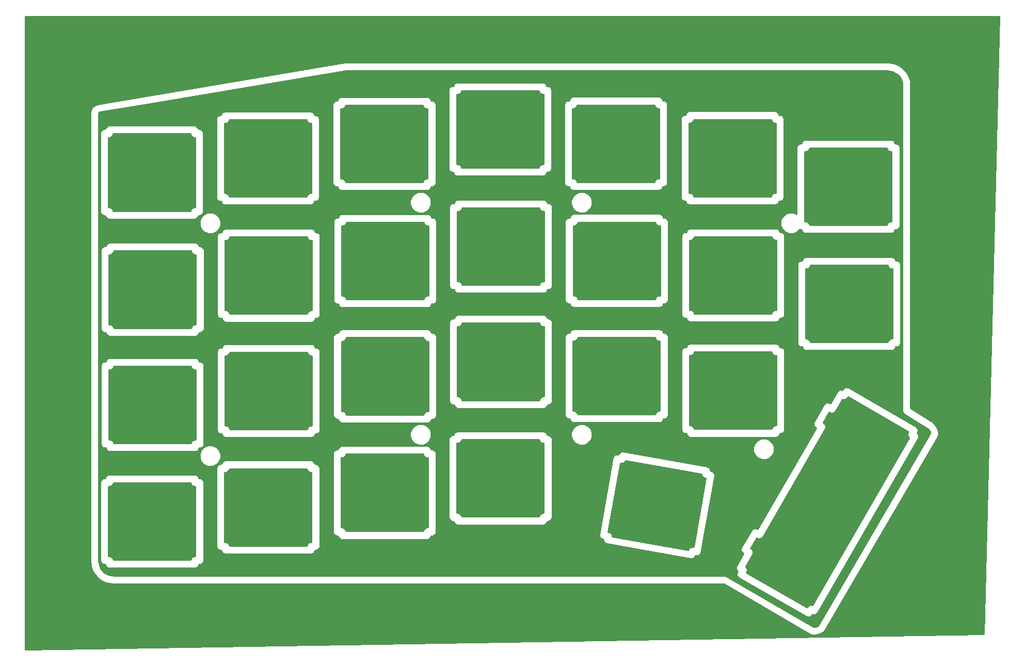
<source format=gbr>
G04 #@! TF.FileFunction,Copper,L1,Top,Signal*
%FSLAX46Y46*%
G04 Gerber Fmt 4.6, Leading zero omitted, Abs format (unit mm)*
G04 Created by KiCad (PCBNEW 4.0.7) date 05/28/18 10:50:02*
%MOMM*%
%LPD*%
G01*
G04 APERTURE LIST*
%ADD10C,0.100000*%
%ADD11C,0.254000*%
G04 APERTURE END LIST*
D10*
D11*
G36*
X220856086Y-139574983D02*
X63627000Y-142110936D01*
X63627000Y-53981600D01*
X74320000Y-53981600D01*
X74320000Y-127632000D01*
X74325902Y-127661670D01*
X74322610Y-127691741D01*
X74369710Y-128229741D01*
X74394794Y-128315783D01*
X74408438Y-128404359D01*
X74777638Y-129418359D01*
X74839292Y-129519935D01*
X74896416Y-129624139D01*
X75588216Y-130449139D01*
X75681089Y-130523727D01*
X75770643Y-130602252D01*
X76702643Y-131140252D01*
X76815304Y-131178486D01*
X76926183Y-131221599D01*
X77992683Y-131409599D01*
X78052711Y-131408286D01*
X78111600Y-131420000D01*
X178270671Y-131420000D01*
X192385854Y-139653692D01*
X192449154Y-139675495D01*
X192506929Y-139709315D01*
X192532930Y-139718316D01*
X192600496Y-139727623D01*
X192638557Y-139740733D01*
X192674724Y-139738525D01*
X192775396Y-139755753D01*
X193445397Y-139737753D01*
X193561747Y-139711342D01*
X193679113Y-139689918D01*
X194303113Y-139442918D01*
X194402977Y-139378448D01*
X194505576Y-139318431D01*
X194629576Y-139208431D01*
X194694732Y-139122510D01*
X194766280Y-139041850D01*
X213350280Y-107269850D01*
X213353737Y-107259854D01*
X213356715Y-107256386D01*
X213389619Y-107156079D01*
X213437623Y-107017251D01*
X213437243Y-107010902D01*
X213440023Y-107002427D01*
X213480023Y-106672427D01*
X213470601Y-106548246D01*
X213464548Y-106423863D01*
X213354548Y-105983863D01*
X213306262Y-105881651D01*
X213264334Y-105776683D01*
X213004334Y-105376683D01*
X212970709Y-105342195D01*
X212946791Y-105300387D01*
X212606791Y-104909587D01*
X212527691Y-104848394D01*
X212455098Y-104779607D01*
X208890000Y-102533873D01*
X208890000Y-49002379D01*
X208894991Y-48976624D01*
X208841558Y-48714746D01*
X208421558Y-47714746D01*
X208356168Y-47617921D01*
X208313768Y-47540623D01*
X207621768Y-46715824D01*
X207528979Y-46641343D01*
X207439505Y-46562875D01*
X206507505Y-46024775D01*
X206394786Y-45986511D01*
X206283863Y-45943392D01*
X205216863Y-45755391D01*
X205156861Y-45756708D01*
X205098000Y-45745000D01*
X116211000Y-45745000D01*
X116154394Y-45756260D01*
X116096702Y-45754603D01*
X75512701Y-52622703D01*
X75353419Y-52683385D01*
X75295843Y-52702034D01*
X75277369Y-52712357D01*
X75262939Y-52717855D01*
X75256279Y-52724143D01*
X74955842Y-52892034D01*
X74911149Y-52930135D01*
X74845237Y-52966304D01*
X74696537Y-53091105D01*
X74622059Y-53183922D01*
X74543592Y-53273439D01*
X74446592Y-53441539D01*
X74408421Y-53554075D01*
X74365330Y-53664818D01*
X74330430Y-53862518D01*
X74331730Y-53922630D01*
X74320000Y-53981600D01*
X63627000Y-53981600D01*
X63627000Y-38227000D01*
X223389786Y-38227000D01*
X220856086Y-139574983D01*
X220856086Y-139574983D01*
G37*
X220856086Y-139574983D02*
X63627000Y-142110936D01*
X63627000Y-53981600D01*
X74320000Y-53981600D01*
X74320000Y-127632000D01*
X74325902Y-127661670D01*
X74322610Y-127691741D01*
X74369710Y-128229741D01*
X74394794Y-128315783D01*
X74408438Y-128404359D01*
X74777638Y-129418359D01*
X74839292Y-129519935D01*
X74896416Y-129624139D01*
X75588216Y-130449139D01*
X75681089Y-130523727D01*
X75770643Y-130602252D01*
X76702643Y-131140252D01*
X76815304Y-131178486D01*
X76926183Y-131221599D01*
X77992683Y-131409599D01*
X78052711Y-131408286D01*
X78111600Y-131420000D01*
X178270671Y-131420000D01*
X192385854Y-139653692D01*
X192449154Y-139675495D01*
X192506929Y-139709315D01*
X192532930Y-139718316D01*
X192600496Y-139727623D01*
X192638557Y-139740733D01*
X192674724Y-139738525D01*
X192775396Y-139755753D01*
X193445397Y-139737753D01*
X193561747Y-139711342D01*
X193679113Y-139689918D01*
X194303113Y-139442918D01*
X194402977Y-139378448D01*
X194505576Y-139318431D01*
X194629576Y-139208431D01*
X194694732Y-139122510D01*
X194766280Y-139041850D01*
X213350280Y-107269850D01*
X213353737Y-107259854D01*
X213356715Y-107256386D01*
X213389619Y-107156079D01*
X213437623Y-107017251D01*
X213437243Y-107010902D01*
X213440023Y-107002427D01*
X213480023Y-106672427D01*
X213470601Y-106548246D01*
X213464548Y-106423863D01*
X213354548Y-105983863D01*
X213306262Y-105881651D01*
X213264334Y-105776683D01*
X213004334Y-105376683D01*
X212970709Y-105342195D01*
X212946791Y-105300387D01*
X212606791Y-104909587D01*
X212527691Y-104848394D01*
X212455098Y-104779607D01*
X208890000Y-102533873D01*
X208890000Y-49002379D01*
X208894991Y-48976624D01*
X208841558Y-48714746D01*
X208421558Y-47714746D01*
X208356168Y-47617921D01*
X208313768Y-47540623D01*
X207621768Y-46715824D01*
X207528979Y-46641343D01*
X207439505Y-46562875D01*
X206507505Y-46024775D01*
X206394786Y-45986511D01*
X206283863Y-45943392D01*
X205216863Y-45755391D01*
X205156861Y-45756708D01*
X205098000Y-45745000D01*
X116211000Y-45745000D01*
X116154394Y-45756260D01*
X116096702Y-45754603D01*
X75512701Y-52622703D01*
X75353419Y-52683385D01*
X75295843Y-52702034D01*
X75277369Y-52712357D01*
X75262939Y-52717855D01*
X75256279Y-52724143D01*
X74955842Y-52892034D01*
X74911149Y-52930135D01*
X74845237Y-52966304D01*
X74696537Y-53091105D01*
X74622059Y-53183922D01*
X74543592Y-53273439D01*
X74446592Y-53441539D01*
X74408421Y-53554075D01*
X74365330Y-53664818D01*
X74330430Y-53862518D01*
X74331730Y-53922630D01*
X74320000Y-53981600D01*
X63627000Y-53981600D01*
X63627000Y-38227000D01*
X223389786Y-38227000D01*
X220856086Y-139574983D01*
G36*
X205927138Y-47271642D02*
X206649878Y-47688923D01*
X207200351Y-48345036D01*
X207520000Y-49106106D01*
X207520000Y-102870000D01*
X207524288Y-102891555D01*
X207524000Y-102893000D01*
X207524000Y-102894000D01*
X207528802Y-102918141D01*
X207525724Y-102942559D01*
X207530074Y-102958445D01*
X207529320Y-102982613D01*
X207531320Y-102994614D01*
X207533134Y-102999410D01*
X207533049Y-103004537D01*
X207535049Y-103015536D01*
X207561489Y-103082470D01*
X207576143Y-103156138D01*
X207586999Y-103172385D01*
X207588143Y-103178138D01*
X207591691Y-103183448D01*
X207596317Y-103200341D01*
X207602317Y-103212341D01*
X207618637Y-103233370D01*
X207627617Y-103258430D01*
X207633617Y-103268430D01*
X207672805Y-103311627D01*
X207680893Y-103329757D01*
X207704222Y-103351862D01*
X207736632Y-103400368D01*
X207738632Y-103402368D01*
X207745234Y-103406779D01*
X207747632Y-103410368D01*
X207755632Y-103418368D01*
X207762703Y-103423092D01*
X207767911Y-103429975D01*
X207776911Y-103437976D01*
X207799377Y-103451148D01*
X207813199Y-103466384D01*
X207836893Y-103477577D01*
X207874902Y-103513593D01*
X211639477Y-105884983D01*
X211881771Y-106163479D01*
X212053235Y-106427270D01*
X212104739Y-106633285D01*
X212096706Y-106699559D01*
X193656712Y-138225361D01*
X193287515Y-138371500D01*
X192923523Y-138381279D01*
X178818146Y-130153308D01*
X178750179Y-130129897D01*
X178710138Y-130103143D01*
X178689826Y-130099103D01*
X178670616Y-130088152D01*
X178664616Y-130086152D01*
X178657196Y-130085217D01*
X178656073Y-130084896D01*
X178649184Y-130081356D01*
X178642184Y-130079356D01*
X178599095Y-130075817D01*
X178561821Y-130062461D01*
X178553091Y-130062886D01*
X178538874Y-130057885D01*
X178531874Y-130056885D01*
X178489262Y-130059208D01*
X178448000Y-130051000D01*
X178442000Y-130051000D01*
X178441014Y-130051196D01*
X178435000Y-130050000D01*
X78171513Y-130050000D01*
X77282957Y-129893368D01*
X76560286Y-129476203D01*
X76023691Y-128836291D01*
X75726623Y-128020401D01*
X75690000Y-127602072D01*
X75690000Y-114688480D01*
X75945050Y-114688480D01*
X75945050Y-127489050D01*
X75997193Y-127751188D01*
X76145682Y-127973418D01*
X76367912Y-128121907D01*
X76630050Y-128174050D01*
X76761602Y-128174050D01*
X76796453Y-128349258D01*
X76944942Y-128571488D01*
X77167172Y-128719977D01*
X77429310Y-128772120D01*
X91428860Y-128772120D01*
X91690998Y-128719977D01*
X91758204Y-128675071D01*
X180208679Y-128675071D01*
X180217378Y-128808214D01*
X180225948Y-128941189D01*
X180226085Y-128941467D01*
X180226105Y-128941776D01*
X180285125Y-129061518D01*
X180343899Y-129181028D01*
X180344131Y-129181232D01*
X180344268Y-129181510D01*
X180444525Y-129269469D01*
X180479534Y-129300239D01*
X180413791Y-129413941D01*
X180413716Y-129414160D01*
X180413565Y-129414333D01*
X180370860Y-129540148D01*
X180327718Y-129666976D01*
X180327733Y-129667207D01*
X180327659Y-129667425D01*
X180336377Y-129800400D01*
X180345028Y-129933689D01*
X180345130Y-129933896D01*
X180345145Y-129934126D01*
X180403635Y-130052724D01*
X180463087Y-130173474D01*
X180463262Y-130173627D01*
X180463363Y-130173833D01*
X180563162Y-130261351D01*
X180663921Y-130349829D01*
X180664140Y-130349904D01*
X180664313Y-130350055D01*
X191749313Y-136749655D01*
X191874920Y-136792289D01*
X192000620Y-136835324D01*
X192001537Y-136835266D01*
X192002405Y-136835561D01*
X192134772Y-136826882D01*
X192267366Y-136818539D01*
X192268191Y-136818135D01*
X192269106Y-136818075D01*
X192388271Y-136759306D01*
X192507383Y-136700952D01*
X192507989Y-136700265D01*
X192508814Y-136699858D01*
X192596454Y-136599919D01*
X192684133Y-136500465D01*
X192750654Y-136385939D01*
X192796056Y-136401305D01*
X192922387Y-136444189D01*
X192922703Y-136444168D01*
X192923003Y-136444270D01*
X193055596Y-136435459D01*
X193189089Y-136426710D01*
X193189375Y-136426569D01*
X193189688Y-136426548D01*
X193308827Y-136367662D01*
X193428799Y-136308498D01*
X193429007Y-136308261D01*
X193429292Y-136308120D01*
X193517227Y-136207667D01*
X193605026Y-136107552D01*
X210130526Y-107484782D01*
X210216439Y-107231693D01*
X210198960Y-106964991D01*
X210080748Y-106725281D01*
X209991474Y-106646989D01*
X209944512Y-106605714D01*
X210010180Y-106491856D01*
X210052861Y-106365938D01*
X210095942Y-106239015D01*
X210095932Y-106238866D01*
X210095979Y-106238728D01*
X210087244Y-106106357D01*
X210078455Y-105972315D01*
X210078390Y-105972183D01*
X210078380Y-105972035D01*
X210019446Y-105852663D01*
X209960238Y-105732607D01*
X209960126Y-105732509D01*
X209960061Y-105732377D01*
X209860353Y-105645014D01*
X209759287Y-105556385D01*
X198674287Y-99156785D01*
X198674146Y-99156737D01*
X198674035Y-99156640D01*
X198547779Y-99113845D01*
X198421195Y-99070879D01*
X198421048Y-99070889D01*
X198420907Y-99070841D01*
X198287278Y-99079659D01*
X198154494Y-99088365D01*
X198154362Y-99088430D01*
X198154214Y-99088440D01*
X198034372Y-99147606D01*
X197914787Y-99206583D01*
X197914690Y-99206694D01*
X197914556Y-99206760D01*
X197826609Y-99307134D01*
X197738565Y-99407533D01*
X197738517Y-99407674D01*
X197738420Y-99407785D01*
X197672918Y-99521355D01*
X197628740Y-99506431D01*
X197502313Y-99463494D01*
X197501744Y-99463531D01*
X197501208Y-99463350D01*
X197368601Y-99472238D01*
X197235609Y-99480934D01*
X197235100Y-99481185D01*
X197234533Y-99481223D01*
X197115210Y-99540286D01*
X196995881Y-99599110D01*
X196995507Y-99599537D01*
X196994997Y-99599789D01*
X196907499Y-99699859D01*
X196819624Y-99800030D01*
X195693628Y-101749632D01*
X195580650Y-101683943D01*
X195579550Y-101683566D01*
X195578673Y-101682797D01*
X195452930Y-101640153D01*
X195327823Y-101597259D01*
X195326663Y-101597331D01*
X195325559Y-101596957D01*
X195193196Y-101605670D01*
X195061070Y-101613925D01*
X195060025Y-101614436D01*
X195058862Y-101614513D01*
X194939966Y-101673188D01*
X194821000Y-101731405D01*
X194820230Y-101732278D01*
X194819186Y-101732793D01*
X194731860Y-101832426D01*
X194644162Y-101931813D01*
X194643784Y-101932915D01*
X194643017Y-101933790D01*
X192994015Y-104791816D01*
X192993037Y-104794699D01*
X192991053Y-104797003D01*
X192950170Y-104921102D01*
X192908175Y-105044930D01*
X192908375Y-105047967D01*
X192907423Y-105050856D01*
X192917144Y-105181178D01*
X192925731Y-105311627D01*
X192927078Y-105314356D01*
X192927304Y-105317389D01*
X192986175Y-105434107D01*
X193044012Y-105551303D01*
X193046299Y-105553307D01*
X193047670Y-105556026D01*
X193146728Y-105641332D01*
X193245008Y-105727473D01*
X193247891Y-105728451D01*
X193250195Y-105730435D01*
X193360902Y-105793030D01*
X183792377Y-122359043D01*
X183679272Y-122293886D01*
X183553141Y-122251206D01*
X183427049Y-122208341D01*
X183426560Y-122208373D01*
X183426100Y-122208217D01*
X183293495Y-122217035D01*
X183160340Y-122225704D01*
X183159902Y-122225920D01*
X183159416Y-122225952D01*
X183040040Y-122284964D01*
X182920578Y-122343810D01*
X182920257Y-122344176D01*
X182919818Y-122344393D01*
X182831872Y-122444870D01*
X182744263Y-122544679D01*
X181093265Y-125401380D01*
X181052098Y-125522480D01*
X181008873Y-125642844D01*
X181009158Y-125648792D01*
X181007241Y-125654432D01*
X181015551Y-125782075D01*
X181021677Y-125909810D01*
X181024217Y-125915197D01*
X181024604Y-125921141D01*
X181081130Y-126035893D01*
X181135670Y-126151555D01*
X181140078Y-126155559D01*
X181142710Y-126160903D01*
X181238832Y-126245275D01*
X181333497Y-126331276D01*
X181458797Y-126406576D01*
X180294643Y-128421999D01*
X180251708Y-128548396D01*
X180208759Y-128674469D01*
X180208779Y-128674777D01*
X180208679Y-128675071D01*
X91758204Y-128675071D01*
X91913228Y-128571488D01*
X92061717Y-128349258D01*
X92096568Y-128174050D01*
X92229460Y-128174050D01*
X92491598Y-128121907D01*
X92713828Y-127973418D01*
X92862317Y-127751188D01*
X92914460Y-127489050D01*
X92914460Y-114688480D01*
X92862317Y-114426342D01*
X92713828Y-114204112D01*
X92491598Y-114055623D01*
X92229460Y-114003480D01*
X92096853Y-114003480D01*
X92061717Y-113826842D01*
X91913228Y-113604612D01*
X91690998Y-113456123D01*
X91428860Y-113403980D01*
X77429310Y-113403980D01*
X77167172Y-113456123D01*
X76944942Y-113604612D01*
X76796453Y-113826842D01*
X76761317Y-114003480D01*
X76630050Y-114003480D01*
X76367912Y-114055623D01*
X76145682Y-114204112D01*
X75997193Y-114426342D01*
X75945050Y-114688480D01*
X75690000Y-114688480D01*
X75690000Y-112379620D01*
X94984800Y-112379620D01*
X94984800Y-125180190D01*
X95036943Y-125442328D01*
X95185432Y-125664558D01*
X95407662Y-125813047D01*
X95669800Y-125865190D01*
X95801492Y-125865190D01*
X95836343Y-126040398D01*
X95984832Y-126262628D01*
X96207062Y-126411117D01*
X96469200Y-126463260D01*
X110468500Y-126463260D01*
X110730638Y-126411117D01*
X110952868Y-126262628D01*
X111101357Y-126040398D01*
X111136208Y-125865190D01*
X111269300Y-125865190D01*
X111531438Y-125813047D01*
X111753668Y-125664558D01*
X111902157Y-125442328D01*
X111954300Y-125180190D01*
X111954300Y-112379620D01*
X111902157Y-112117482D01*
X111753668Y-111895252D01*
X111531438Y-111746763D01*
X111269300Y-111694620D01*
X111136493Y-111694620D01*
X111101357Y-111517982D01*
X110952868Y-111295752D01*
X110730638Y-111147263D01*
X110468500Y-111095120D01*
X96469200Y-111095120D01*
X96207062Y-111147263D01*
X95984832Y-111295752D01*
X95836343Y-111517982D01*
X95801207Y-111694620D01*
X95669800Y-111694620D01*
X95407662Y-111746763D01*
X95185432Y-111895252D01*
X95036943Y-112117482D01*
X94984800Y-112379620D01*
X75690000Y-112379620D01*
X75690000Y-110061593D01*
X92214677Y-110061593D01*
X92224975Y-110377507D01*
X92224699Y-110693599D01*
X92236184Y-110721395D01*
X92237164Y-110751453D01*
X92457901Y-111284359D01*
X92470954Y-111289581D01*
X92488281Y-111331515D01*
X92975918Y-111820004D01*
X93020149Y-111838370D01*
X93025641Y-111852099D01*
X93321448Y-111963481D01*
X93613373Y-112084699D01*
X93643448Y-112084725D01*
X93671593Y-112095323D01*
X93987507Y-112085025D01*
X94303599Y-112085301D01*
X94331395Y-112073816D01*
X94361453Y-112072836D01*
X94894359Y-111852099D01*
X94899581Y-111839046D01*
X94941515Y-111821719D01*
X95430004Y-111334082D01*
X95448370Y-111289851D01*
X95462099Y-111284359D01*
X95573481Y-110988552D01*
X95694699Y-110696627D01*
X95694725Y-110666552D01*
X95705323Y-110638407D01*
X95695025Y-110322493D01*
X95695301Y-110006401D01*
X95687260Y-109986940D01*
X114083060Y-109986940D01*
X114083060Y-122787510D01*
X114135203Y-123049648D01*
X114283692Y-123271878D01*
X114505922Y-123420367D01*
X114768060Y-123472510D01*
X114899752Y-123472510D01*
X114934603Y-123647718D01*
X115083092Y-123869948D01*
X115305322Y-124018437D01*
X115567460Y-124070580D01*
X129566760Y-124070580D01*
X129828898Y-124018437D01*
X130051128Y-123869948D01*
X130199617Y-123647718D01*
X130234468Y-123472510D01*
X130367560Y-123472510D01*
X130629698Y-123420367D01*
X130851928Y-123271878D01*
X130857996Y-123262796D01*
X157789086Y-123262796D01*
X157791985Y-123395622D01*
X157794880Y-123529831D01*
X157794917Y-123529915D01*
X157794919Y-123530006D01*
X157848449Y-123651660D01*
X157902461Y-123774497D01*
X157902527Y-123774560D01*
X157902564Y-123774644D01*
X157998825Y-123866792D01*
X158095483Y-123959369D01*
X158095568Y-123959402D01*
X158095634Y-123959465D01*
X158219109Y-124007481D01*
X158344559Y-124056303D01*
X158475604Y-124079444D01*
X158476710Y-124127130D01*
X158479617Y-124260350D01*
X158479812Y-124260793D01*
X158479823Y-124261274D01*
X158533489Y-124382784D01*
X158587260Y-124504989D01*
X158587609Y-124505324D01*
X158587804Y-124505764D01*
X158683967Y-124597565D01*
X158780329Y-124689812D01*
X158780779Y-124689987D01*
X158781128Y-124690320D01*
X158905381Y-124738443D01*
X159029430Y-124786683D01*
X172814821Y-127217443D01*
X172814823Y-127217444D01*
X172814825Y-127217444D01*
X172815330Y-127217533D01*
X172948454Y-127214628D01*
X173082037Y-127211814D01*
X173082277Y-127211709D01*
X173082540Y-127211703D01*
X173204958Y-127157838D01*
X173326757Y-127104355D01*
X173326938Y-127104166D01*
X173327179Y-127104060D01*
X173419619Y-127007496D01*
X173511725Y-126911425D01*
X173511820Y-126911181D01*
X173512002Y-126910991D01*
X173560268Y-126786876D01*
X173577578Y-126742463D01*
X173708066Y-126765504D01*
X173708150Y-126765502D01*
X173708232Y-126765534D01*
X173842119Y-126762612D01*
X173975277Y-126759739D01*
X173975357Y-126759704D01*
X173975442Y-126759702D01*
X174097205Y-126706125D01*
X174219942Y-126652155D01*
X174220001Y-126652093D01*
X174220081Y-126652058D01*
X174311634Y-126556420D01*
X174404813Y-126459132D01*
X174404845Y-126459049D01*
X174404903Y-126458989D01*
X174453163Y-126334890D01*
X174501744Y-126210054D01*
X174501742Y-126209970D01*
X174501774Y-126209888D01*
X176724574Y-113603628D01*
X176724563Y-113603128D01*
X176724743Y-113602663D01*
X176721645Y-113469446D01*
X176718742Y-113336417D01*
X176718542Y-113335962D01*
X176718530Y-113335462D01*
X176664649Y-113213482D01*
X176611098Y-113091779D01*
X176610738Y-113091434D01*
X176610536Y-113090977D01*
X176514183Y-112999003D01*
X176418029Y-112906956D01*
X176417563Y-112906775D01*
X176417203Y-112906431D01*
X176293337Y-112858466D01*
X176168928Y-112810086D01*
X176168428Y-112810097D01*
X176167963Y-112809917D01*
X176039370Y-112787432D01*
X176038382Y-112742139D01*
X176035577Y-112608028D01*
X176035447Y-112607732D01*
X176035440Y-112607411D01*
X175981894Y-112485722D01*
X175928157Y-112363292D01*
X175927924Y-112363069D01*
X175927794Y-112362773D01*
X175831342Y-112270443D01*
X175735256Y-112178293D01*
X175734956Y-112178176D01*
X175734723Y-112177953D01*
X175610530Y-112129658D01*
X175486244Y-112081195D01*
X175485921Y-112081202D01*
X175485621Y-112081085D01*
X161698321Y-109650185D01*
X161565294Y-109653090D01*
X161431728Y-109655883D01*
X161431432Y-109656013D01*
X161431111Y-109656020D01*
X161309422Y-109709566D01*
X161186992Y-109763303D01*
X161186769Y-109763536D01*
X161186473Y-109763666D01*
X161094143Y-109860118D01*
X161001993Y-109956204D01*
X161001876Y-109956504D01*
X161001653Y-109956737D01*
X160953358Y-110080930D01*
X160936056Y-110125303D01*
X160805282Y-110102214D01*
X160805201Y-110102216D01*
X160805124Y-110102186D01*
X160671985Y-110105092D01*
X160538070Y-110107984D01*
X160537994Y-110108017D01*
X160537914Y-110108019D01*
X160417025Y-110161212D01*
X160293407Y-110215572D01*
X160293350Y-110215631D01*
X160293276Y-110215664D01*
X160202308Y-110310692D01*
X160108541Y-110408599D01*
X160108511Y-110408677D01*
X160108455Y-110408735D01*
X160060317Y-110532523D01*
X160011614Y-110657678D01*
X160011616Y-110657759D01*
X160011586Y-110657836D01*
X157789086Y-123262796D01*
X130857996Y-123262796D01*
X131000417Y-123049648D01*
X131052560Y-122787510D01*
X131052560Y-109986940D01*
X131000417Y-109724802D01*
X130851928Y-109502572D01*
X130629698Y-109354083D01*
X130367560Y-109301940D01*
X130234753Y-109301940D01*
X130199617Y-109125302D01*
X130051128Y-108903072D01*
X129828898Y-108754583D01*
X129566760Y-108702440D01*
X115567460Y-108702440D01*
X115305322Y-108754583D01*
X115083092Y-108903072D01*
X114934603Y-109125302D01*
X114899467Y-109301940D01*
X114768060Y-109301940D01*
X114505922Y-109354083D01*
X114283692Y-109502572D01*
X114135203Y-109724802D01*
X114083060Y-109986940D01*
X95687260Y-109986940D01*
X95683816Y-109978605D01*
X95682836Y-109948547D01*
X95462099Y-109415641D01*
X95449046Y-109410419D01*
X95431719Y-109368485D01*
X94944082Y-108879996D01*
X94899851Y-108861630D01*
X94894359Y-108847901D01*
X94598552Y-108736519D01*
X94306627Y-108615301D01*
X94276552Y-108615275D01*
X94248407Y-108604677D01*
X93932493Y-108614975D01*
X93616401Y-108614699D01*
X93588605Y-108626184D01*
X93558547Y-108627164D01*
X93025641Y-108847901D01*
X93020419Y-108860954D01*
X92978485Y-108878281D01*
X92489996Y-109365918D01*
X92471630Y-109410149D01*
X92457901Y-109415641D01*
X92346519Y-109711448D01*
X92225301Y-110003373D01*
X92225275Y-110033448D01*
X92214677Y-110061593D01*
X75690000Y-110061593D01*
X75690000Y-95562280D01*
X76011090Y-95562280D01*
X76011090Y-108362850D01*
X76063233Y-108624988D01*
X76211722Y-108847218D01*
X76433952Y-108995707D01*
X76696090Y-109047850D01*
X76827642Y-109047850D01*
X76862493Y-109223058D01*
X77010982Y-109445288D01*
X77233212Y-109593777D01*
X77495350Y-109645920D01*
X91494900Y-109645920D01*
X91757038Y-109593777D01*
X91979268Y-109445288D01*
X92127757Y-109223058D01*
X92162608Y-109047850D01*
X92295500Y-109047850D01*
X92557638Y-108995707D01*
X92779868Y-108847218D01*
X92928357Y-108624988D01*
X92980500Y-108362850D01*
X92980500Y-95562280D01*
X92928357Y-95300142D01*
X92779868Y-95077912D01*
X92557638Y-94929423D01*
X92295500Y-94877280D01*
X92162893Y-94877280D01*
X92127757Y-94700642D01*
X91979268Y-94478412D01*
X91757038Y-94329923D01*
X91494900Y-94277780D01*
X77495350Y-94277780D01*
X77233212Y-94329923D01*
X77010982Y-94478412D01*
X76862493Y-94700642D01*
X76827357Y-94877280D01*
X76696090Y-94877280D01*
X76433952Y-94929423D01*
X76211722Y-95077912D01*
X76063233Y-95300142D01*
X76011090Y-95562280D01*
X75690000Y-95562280D01*
X75690000Y-93253420D01*
X95050840Y-93253420D01*
X95050840Y-106053990D01*
X95102983Y-106316128D01*
X95251472Y-106538358D01*
X95473702Y-106686847D01*
X95735840Y-106738990D01*
X95867532Y-106738990D01*
X95902383Y-106914198D01*
X96050872Y-107136428D01*
X96273102Y-107284917D01*
X96535240Y-107337060D01*
X110534540Y-107337060D01*
X110796678Y-107284917D01*
X111018908Y-107136428D01*
X111167397Y-106914198D01*
X111202248Y-106738990D01*
X111335340Y-106738990D01*
X111597478Y-106686847D01*
X111784934Y-106561593D01*
X126754677Y-106561593D01*
X126764975Y-106877507D01*
X126764699Y-107193599D01*
X126776184Y-107221395D01*
X126777164Y-107251453D01*
X126997901Y-107784359D01*
X127010954Y-107789581D01*
X127028281Y-107831515D01*
X127515918Y-108320004D01*
X127560149Y-108338370D01*
X127565641Y-108352099D01*
X127861448Y-108463481D01*
X128153373Y-108584699D01*
X128183448Y-108584725D01*
X128211593Y-108595323D01*
X128527507Y-108585025D01*
X128843599Y-108585301D01*
X128871395Y-108573816D01*
X128901453Y-108572836D01*
X129434359Y-108352099D01*
X129439581Y-108339046D01*
X129481515Y-108321719D01*
X129970004Y-107834082D01*
X129988370Y-107789851D01*
X130002099Y-107784359D01*
X130067939Y-107609500D01*
X133087340Y-107609500D01*
X133087340Y-120410070D01*
X133139483Y-120672208D01*
X133287972Y-120894438D01*
X133510202Y-121042927D01*
X133772340Y-121095070D01*
X133904032Y-121095070D01*
X133938883Y-121270278D01*
X134087372Y-121492508D01*
X134309602Y-121640997D01*
X134571740Y-121693140D01*
X148571040Y-121693140D01*
X148833178Y-121640997D01*
X149055408Y-121492508D01*
X149203897Y-121270278D01*
X149238748Y-121095070D01*
X149371840Y-121095070D01*
X149633978Y-121042927D01*
X149856208Y-120894438D01*
X150004697Y-120672208D01*
X150056840Y-120410070D01*
X150056840Y-108931593D01*
X183034677Y-108931593D01*
X183044975Y-109247507D01*
X183044699Y-109563599D01*
X183056184Y-109591395D01*
X183057164Y-109621453D01*
X183277901Y-110154359D01*
X183290954Y-110159581D01*
X183308281Y-110201515D01*
X183795918Y-110690004D01*
X183840149Y-110708370D01*
X183845641Y-110722099D01*
X184141448Y-110833481D01*
X184433373Y-110954699D01*
X184463448Y-110954725D01*
X184491593Y-110965323D01*
X184807507Y-110955025D01*
X185123599Y-110955301D01*
X185151395Y-110943816D01*
X185181453Y-110942836D01*
X185714359Y-110722099D01*
X185719581Y-110709046D01*
X185761515Y-110691719D01*
X186250004Y-110204082D01*
X186268370Y-110159851D01*
X186282099Y-110154359D01*
X186393481Y-109858552D01*
X186514699Y-109566627D01*
X186514725Y-109536552D01*
X186525323Y-109508407D01*
X186515025Y-109192493D01*
X186515301Y-108876401D01*
X186503816Y-108848605D01*
X186502836Y-108818547D01*
X186282099Y-108285641D01*
X186269046Y-108280419D01*
X186251719Y-108238485D01*
X185764082Y-107749996D01*
X185719851Y-107731630D01*
X185714359Y-107717901D01*
X185418552Y-107606519D01*
X185126627Y-107485301D01*
X185096552Y-107485275D01*
X185068407Y-107474677D01*
X184752493Y-107484975D01*
X184436401Y-107484699D01*
X184408605Y-107496184D01*
X184378547Y-107497164D01*
X183845641Y-107717901D01*
X183840419Y-107730954D01*
X183798485Y-107748281D01*
X183309996Y-108235918D01*
X183291630Y-108280149D01*
X183277901Y-108285641D01*
X183166519Y-108581448D01*
X183045301Y-108873373D01*
X183045275Y-108903448D01*
X183034677Y-108931593D01*
X150056840Y-108931593D01*
X150056840Y-107609500D01*
X150004697Y-107347362D01*
X149856208Y-107125132D01*
X149633978Y-106976643D01*
X149371840Y-106924500D01*
X149239033Y-106924500D01*
X149203897Y-106747862D01*
X149079437Y-106561593D01*
X153164677Y-106561593D01*
X153174975Y-106877507D01*
X153174699Y-107193599D01*
X153186184Y-107221395D01*
X153187164Y-107251453D01*
X153407901Y-107784359D01*
X153420954Y-107789581D01*
X153438281Y-107831515D01*
X153925918Y-108320004D01*
X153970149Y-108338370D01*
X153975641Y-108352099D01*
X154271448Y-108463481D01*
X154563373Y-108584699D01*
X154593448Y-108584725D01*
X154621593Y-108595323D01*
X154937507Y-108585025D01*
X155253599Y-108585301D01*
X155281395Y-108573816D01*
X155311453Y-108572836D01*
X155844359Y-108352099D01*
X155849581Y-108339046D01*
X155891515Y-108321719D01*
X156380004Y-107834082D01*
X156398370Y-107789851D01*
X156412099Y-107784359D01*
X156523481Y-107488552D01*
X156644699Y-107196627D01*
X156644725Y-107166552D01*
X156655323Y-107138407D01*
X156645025Y-106822493D01*
X156645301Y-106506401D01*
X156633816Y-106478605D01*
X156632836Y-106448547D01*
X156412099Y-105915641D01*
X156399046Y-105910419D01*
X156381719Y-105868485D01*
X155894082Y-105379996D01*
X155849851Y-105361630D01*
X155844359Y-105347901D01*
X155548552Y-105236519D01*
X155256627Y-105115301D01*
X155226552Y-105115275D01*
X155198407Y-105104677D01*
X154882493Y-105114975D01*
X154566401Y-105114699D01*
X154538605Y-105126184D01*
X154508547Y-105127164D01*
X153975641Y-105347901D01*
X153970419Y-105360954D01*
X153928485Y-105378281D01*
X153439996Y-105865918D01*
X153421630Y-105910149D01*
X153407901Y-105915641D01*
X153296519Y-106211448D01*
X153175301Y-106503373D01*
X153175275Y-106533448D01*
X153164677Y-106561593D01*
X149079437Y-106561593D01*
X149055408Y-106525632D01*
X148833178Y-106377143D01*
X148571040Y-106325000D01*
X134571740Y-106325000D01*
X134309602Y-106377143D01*
X134087372Y-106525632D01*
X133938883Y-106747862D01*
X133903747Y-106924500D01*
X133772340Y-106924500D01*
X133510202Y-106976643D01*
X133287972Y-107125132D01*
X133139483Y-107347362D01*
X133087340Y-107609500D01*
X130067939Y-107609500D01*
X130113481Y-107488552D01*
X130234699Y-107196627D01*
X130234725Y-107166552D01*
X130245323Y-107138407D01*
X130235025Y-106822493D01*
X130235301Y-106506401D01*
X130223816Y-106478605D01*
X130222836Y-106448547D01*
X130002099Y-105915641D01*
X129989046Y-105910419D01*
X129971719Y-105868485D01*
X129484082Y-105379996D01*
X129439851Y-105361630D01*
X129434359Y-105347901D01*
X129138552Y-105236519D01*
X128846627Y-105115301D01*
X128816552Y-105115275D01*
X128788407Y-105104677D01*
X128472493Y-105114975D01*
X128156401Y-105114699D01*
X128128605Y-105126184D01*
X128098547Y-105127164D01*
X127565641Y-105347901D01*
X127560419Y-105360954D01*
X127518485Y-105378281D01*
X127029996Y-105865918D01*
X127011630Y-105910149D01*
X126997901Y-105915641D01*
X126886519Y-106211448D01*
X126765301Y-106503373D01*
X126765275Y-106533448D01*
X126754677Y-106561593D01*
X111784934Y-106561593D01*
X111819708Y-106538358D01*
X111968197Y-106316128D01*
X112020340Y-106053990D01*
X112020340Y-93253420D01*
X111968197Y-92991282D01*
X111819708Y-92769052D01*
X111597478Y-92620563D01*
X111335340Y-92568420D01*
X111202533Y-92568420D01*
X111167397Y-92391782D01*
X111018908Y-92169552D01*
X110796678Y-92021063D01*
X110534540Y-91968920D01*
X96535240Y-91968920D01*
X96273102Y-92021063D01*
X96050872Y-92169552D01*
X95902383Y-92391782D01*
X95867247Y-92568420D01*
X95735840Y-92568420D01*
X95473702Y-92620563D01*
X95251472Y-92769052D01*
X95102983Y-92991282D01*
X95050840Y-93253420D01*
X75690000Y-93253420D01*
X75690000Y-90860740D01*
X114149100Y-90860740D01*
X114149100Y-103661310D01*
X114201243Y-103923448D01*
X114349732Y-104145678D01*
X114571962Y-104294167D01*
X114834100Y-104346310D01*
X114965792Y-104346310D01*
X115000643Y-104521518D01*
X115149132Y-104743748D01*
X115371362Y-104892237D01*
X115633500Y-104944380D01*
X129632800Y-104944380D01*
X129894938Y-104892237D01*
X130117168Y-104743748D01*
X130265657Y-104521518D01*
X130300508Y-104346310D01*
X130433600Y-104346310D01*
X130695738Y-104294167D01*
X130917968Y-104145678D01*
X131066457Y-103923448D01*
X131118600Y-103661310D01*
X131118600Y-90860740D01*
X131066457Y-90598602D01*
X130917968Y-90376372D01*
X130695738Y-90227883D01*
X130433600Y-90175740D01*
X130300793Y-90175740D01*
X130265657Y-89999102D01*
X130117168Y-89776872D01*
X129894938Y-89628383D01*
X129632800Y-89576240D01*
X115633500Y-89576240D01*
X115371362Y-89628383D01*
X115149132Y-89776872D01*
X115000643Y-89999102D01*
X114965507Y-90175740D01*
X114834100Y-90175740D01*
X114571962Y-90227883D01*
X114349732Y-90376372D01*
X114201243Y-90598602D01*
X114149100Y-90860740D01*
X75690000Y-90860740D01*
X75690000Y-76639280D01*
X76018710Y-76639280D01*
X76018710Y-89439850D01*
X76070853Y-89701988D01*
X76219342Y-89924218D01*
X76441572Y-90072707D01*
X76703710Y-90124850D01*
X76835262Y-90124850D01*
X76870113Y-90300058D01*
X77018602Y-90522288D01*
X77240832Y-90670777D01*
X77502970Y-90722920D01*
X91502520Y-90722920D01*
X91764658Y-90670777D01*
X91986888Y-90522288D01*
X92135377Y-90300058D01*
X92170228Y-90124850D01*
X92303120Y-90124850D01*
X92565258Y-90072707D01*
X92787488Y-89924218D01*
X92935977Y-89701988D01*
X92988120Y-89439850D01*
X92988120Y-88483300D01*
X133153380Y-88483300D01*
X133153380Y-101283870D01*
X133205523Y-101546008D01*
X133354012Y-101768238D01*
X133576242Y-101916727D01*
X133838380Y-101968870D01*
X133970072Y-101968870D01*
X134004923Y-102144078D01*
X134153412Y-102366308D01*
X134375642Y-102514797D01*
X134637780Y-102566940D01*
X148637080Y-102566940D01*
X148899218Y-102514797D01*
X149121448Y-102366308D01*
X149269937Y-102144078D01*
X149304788Y-101968870D01*
X149437880Y-101968870D01*
X149700018Y-101916727D01*
X149922248Y-101768238D01*
X150070737Y-101546008D01*
X150122880Y-101283870D01*
X150122880Y-90837880D01*
X152144960Y-90837880D01*
X152144960Y-103638450D01*
X152197103Y-103900588D01*
X152345592Y-104122818D01*
X152567822Y-104271307D01*
X152829960Y-104323450D01*
X152961652Y-104323450D01*
X152996503Y-104498658D01*
X153144992Y-104720888D01*
X153367222Y-104869377D01*
X153629360Y-104921520D01*
X167628660Y-104921520D01*
X167890798Y-104869377D01*
X168113028Y-104720888D01*
X168261517Y-104498658D01*
X168296368Y-104323450D01*
X168429460Y-104323450D01*
X168691598Y-104271307D01*
X168913828Y-104122818D01*
X169062317Y-103900588D01*
X169114460Y-103638450D01*
X169114460Y-93210240D01*
X171250840Y-93210240D01*
X171250840Y-106010810D01*
X171302983Y-106272948D01*
X171451472Y-106495178D01*
X171673702Y-106643667D01*
X171935840Y-106695810D01*
X172067532Y-106695810D01*
X172102383Y-106871018D01*
X172250872Y-107093248D01*
X172473102Y-107241737D01*
X172735240Y-107293880D01*
X186734540Y-107293880D01*
X186996678Y-107241737D01*
X187218908Y-107093248D01*
X187367397Y-106871018D01*
X187402248Y-106695810D01*
X187535340Y-106695810D01*
X187797478Y-106643667D01*
X188019708Y-106495178D01*
X188168197Y-106272948D01*
X188220340Y-106010810D01*
X188220340Y-93210240D01*
X188168197Y-92948102D01*
X188019708Y-92725872D01*
X187797478Y-92577383D01*
X187535340Y-92525240D01*
X187402533Y-92525240D01*
X187367397Y-92348602D01*
X187218908Y-92126372D01*
X186996678Y-91977883D01*
X186734540Y-91925740D01*
X172735240Y-91925740D01*
X172473102Y-91977883D01*
X172250872Y-92126372D01*
X172102383Y-92348602D01*
X172067247Y-92525240D01*
X171935840Y-92525240D01*
X171673702Y-92577383D01*
X171451472Y-92725872D01*
X171302983Y-92948102D01*
X171250840Y-93210240D01*
X169114460Y-93210240D01*
X169114460Y-90837880D01*
X169062317Y-90575742D01*
X168913828Y-90353512D01*
X168691598Y-90205023D01*
X168429460Y-90152880D01*
X168296653Y-90152880D01*
X168261517Y-89976242D01*
X168113028Y-89754012D01*
X167890798Y-89605523D01*
X167628660Y-89553380D01*
X153629360Y-89553380D01*
X153367222Y-89605523D01*
X153144992Y-89754012D01*
X152996503Y-89976242D01*
X152961367Y-90152880D01*
X152829960Y-90152880D01*
X152567822Y-90205023D01*
X152345592Y-90353512D01*
X152197103Y-90575742D01*
X152144960Y-90837880D01*
X150122880Y-90837880D01*
X150122880Y-88483300D01*
X150070737Y-88221162D01*
X149922248Y-87998932D01*
X149700018Y-87850443D01*
X149437880Y-87798300D01*
X149305073Y-87798300D01*
X149269937Y-87621662D01*
X149121448Y-87399432D01*
X148899218Y-87250943D01*
X148637080Y-87198800D01*
X134637780Y-87198800D01*
X134375642Y-87250943D01*
X134153412Y-87399432D01*
X134004923Y-87621662D01*
X133969787Y-87798300D01*
X133838380Y-87798300D01*
X133576242Y-87850443D01*
X133354012Y-87998932D01*
X133205523Y-88221162D01*
X133153380Y-88483300D01*
X92988120Y-88483300D01*
X92988120Y-76639280D01*
X92935977Y-76377142D01*
X92787488Y-76154912D01*
X92565258Y-76006423D01*
X92303120Y-75954280D01*
X92170513Y-75954280D01*
X92135377Y-75777642D01*
X91986888Y-75555412D01*
X91764658Y-75406923D01*
X91502520Y-75354780D01*
X77502970Y-75354780D01*
X77240832Y-75406923D01*
X77018602Y-75555412D01*
X76870113Y-75777642D01*
X76834977Y-75954280D01*
X76703710Y-75954280D01*
X76441572Y-76006423D01*
X76219342Y-76154912D01*
X76070853Y-76377142D01*
X76018710Y-76639280D01*
X75690000Y-76639280D01*
X75690000Y-74330420D01*
X95058460Y-74330420D01*
X95058460Y-87130990D01*
X95110603Y-87393128D01*
X95259092Y-87615358D01*
X95481322Y-87763847D01*
X95743460Y-87815990D01*
X95875152Y-87815990D01*
X95910003Y-87991198D01*
X96058492Y-88213428D01*
X96280722Y-88361917D01*
X96542860Y-88414060D01*
X110542160Y-88414060D01*
X110804298Y-88361917D01*
X111026528Y-88213428D01*
X111175017Y-87991198D01*
X111209868Y-87815990D01*
X111342960Y-87815990D01*
X111605098Y-87763847D01*
X111827328Y-87615358D01*
X111975817Y-87393128D01*
X112027960Y-87130990D01*
X112027960Y-74330420D01*
X111975817Y-74068282D01*
X111827328Y-73846052D01*
X111605098Y-73697563D01*
X111342960Y-73645420D01*
X111210153Y-73645420D01*
X111175017Y-73468782D01*
X111026528Y-73246552D01*
X110804298Y-73098063D01*
X110542160Y-73045920D01*
X96542860Y-73045920D01*
X96280722Y-73098063D01*
X96058492Y-73246552D01*
X95910003Y-73468782D01*
X95874867Y-73645420D01*
X95743460Y-73645420D01*
X95481322Y-73697563D01*
X95259092Y-73846052D01*
X95110603Y-74068282D01*
X95058460Y-74330420D01*
X75690000Y-74330420D01*
X75690000Y-71861593D01*
X92214677Y-71861593D01*
X92224975Y-72177507D01*
X92224699Y-72493599D01*
X92236184Y-72521395D01*
X92237164Y-72551453D01*
X92457901Y-73084359D01*
X92470954Y-73089581D01*
X92488281Y-73131515D01*
X92975918Y-73620004D01*
X93020149Y-73638370D01*
X93025641Y-73652099D01*
X93321448Y-73763481D01*
X93613373Y-73884699D01*
X93643448Y-73884725D01*
X93671593Y-73895323D01*
X93987507Y-73885025D01*
X94303599Y-73885301D01*
X94331395Y-73873816D01*
X94361453Y-73872836D01*
X94894359Y-73652099D01*
X94899581Y-73639046D01*
X94941515Y-73621719D01*
X95430004Y-73134082D01*
X95448370Y-73089851D01*
X95462099Y-73084359D01*
X95573481Y-72788552D01*
X95694699Y-72496627D01*
X95694725Y-72466552D01*
X95705323Y-72438407D01*
X95695025Y-72122493D01*
X95695186Y-71937740D01*
X114156720Y-71937740D01*
X114156720Y-84738310D01*
X114208863Y-85000448D01*
X114357352Y-85222678D01*
X114579582Y-85371167D01*
X114841720Y-85423310D01*
X114973412Y-85423310D01*
X115008263Y-85598518D01*
X115156752Y-85820748D01*
X115378982Y-85969237D01*
X115641120Y-86021380D01*
X129640420Y-86021380D01*
X129902558Y-85969237D01*
X130124788Y-85820748D01*
X130273277Y-85598518D01*
X130308128Y-85423310D01*
X130441220Y-85423310D01*
X130703358Y-85371167D01*
X130925588Y-85222678D01*
X131074077Y-85000448D01*
X131126220Y-84738310D01*
X131126220Y-71937740D01*
X131074077Y-71675602D01*
X130925588Y-71453372D01*
X130703358Y-71304883D01*
X130441220Y-71252740D01*
X130308413Y-71252740D01*
X130273277Y-71076102D01*
X130124788Y-70853872D01*
X129902558Y-70705383D01*
X129640420Y-70653240D01*
X115641120Y-70653240D01*
X115378982Y-70705383D01*
X115156752Y-70853872D01*
X115008263Y-71076102D01*
X114973127Y-71252740D01*
X114841720Y-71252740D01*
X114579582Y-71304883D01*
X114357352Y-71453372D01*
X114208863Y-71675602D01*
X114156720Y-71937740D01*
X95695186Y-71937740D01*
X95695301Y-71806401D01*
X95683816Y-71778605D01*
X95682836Y-71748547D01*
X95462099Y-71215641D01*
X95449046Y-71210419D01*
X95431719Y-71168485D01*
X94944082Y-70679996D01*
X94899851Y-70661630D01*
X94894359Y-70647901D01*
X94598552Y-70536519D01*
X94306627Y-70415301D01*
X94276552Y-70415275D01*
X94248407Y-70404677D01*
X93932493Y-70414975D01*
X93616401Y-70414699D01*
X93588605Y-70426184D01*
X93558547Y-70427164D01*
X93025641Y-70647901D01*
X93020419Y-70660954D01*
X92978485Y-70678281D01*
X92489996Y-71165918D01*
X92471630Y-71210149D01*
X92457901Y-71215641D01*
X92346519Y-71511448D01*
X92225301Y-71803373D01*
X92225275Y-71833448D01*
X92214677Y-71861593D01*
X75690000Y-71861593D01*
X75690000Y-57416560D01*
X75901870Y-57416560D01*
X75901870Y-70217130D01*
X75954013Y-70479268D01*
X76102502Y-70701498D01*
X76324732Y-70849987D01*
X76586870Y-70902130D01*
X76718422Y-70902130D01*
X76753273Y-71077338D01*
X76901762Y-71299568D01*
X77123992Y-71448057D01*
X77386130Y-71500200D01*
X91385680Y-71500200D01*
X91647818Y-71448057D01*
X91870048Y-71299568D01*
X92018537Y-71077338D01*
X92053388Y-70902130D01*
X92186280Y-70902130D01*
X92448418Y-70849987D01*
X92670648Y-70701498D01*
X92819137Y-70479268D01*
X92871280Y-70217130D01*
X92871280Y-57416560D01*
X92819137Y-57154422D01*
X92670648Y-56932192D01*
X92448418Y-56783703D01*
X92186280Y-56731560D01*
X92053673Y-56731560D01*
X92018537Y-56554922D01*
X91870048Y-56332692D01*
X91647818Y-56184203D01*
X91385680Y-56132060D01*
X77386130Y-56132060D01*
X77123992Y-56184203D01*
X76901762Y-56332692D01*
X76753273Y-56554922D01*
X76718137Y-56731560D01*
X76586870Y-56731560D01*
X76324732Y-56783703D01*
X76102502Y-56932192D01*
X75954013Y-57154422D01*
X75901870Y-57416560D01*
X75690000Y-57416560D01*
X75690000Y-55107700D01*
X94941620Y-55107700D01*
X94941620Y-67908270D01*
X94993763Y-68170408D01*
X95142252Y-68392638D01*
X95364482Y-68541127D01*
X95626620Y-68593270D01*
X95758312Y-68593270D01*
X95793163Y-68768478D01*
X95941652Y-68990708D01*
X96163882Y-69139197D01*
X96426020Y-69191340D01*
X110425320Y-69191340D01*
X110687458Y-69139197D01*
X110909688Y-68990708D01*
X111058177Y-68768478D01*
X111093028Y-68593270D01*
X111226120Y-68593270D01*
X111488258Y-68541127D01*
X111607289Y-68461593D01*
X126754677Y-68461593D01*
X126764975Y-68777507D01*
X126764699Y-69093599D01*
X126776184Y-69121395D01*
X126777164Y-69151453D01*
X126997901Y-69684359D01*
X127010954Y-69689581D01*
X127028281Y-69731515D01*
X127515918Y-70220004D01*
X127560149Y-70238370D01*
X127565641Y-70252099D01*
X127861448Y-70363481D01*
X128153373Y-70484699D01*
X128183448Y-70484725D01*
X128211593Y-70495323D01*
X128527507Y-70485025D01*
X128843599Y-70485301D01*
X128871395Y-70473816D01*
X128901453Y-70472836D01*
X129434359Y-70252099D01*
X129439581Y-70239046D01*
X129481515Y-70221719D01*
X129970004Y-69734082D01*
X129988370Y-69689851D01*
X130002099Y-69684359D01*
X130048811Y-69560300D01*
X133161000Y-69560300D01*
X133161000Y-82360870D01*
X133213143Y-82623008D01*
X133361632Y-82845238D01*
X133583862Y-82993727D01*
X133846000Y-83045870D01*
X133977692Y-83045870D01*
X134012543Y-83221078D01*
X134161032Y-83443308D01*
X134383262Y-83591797D01*
X134645400Y-83643940D01*
X148644700Y-83643940D01*
X148906838Y-83591797D01*
X149129068Y-83443308D01*
X149277557Y-83221078D01*
X149312408Y-83045870D01*
X149445500Y-83045870D01*
X149707638Y-82993727D01*
X149929868Y-82845238D01*
X150078357Y-82623008D01*
X150130500Y-82360870D01*
X150130500Y-71914880D01*
X152152580Y-71914880D01*
X152152580Y-84715450D01*
X152204723Y-84977588D01*
X152353212Y-85199818D01*
X152575442Y-85348307D01*
X152837580Y-85400450D01*
X152969272Y-85400450D01*
X153004123Y-85575658D01*
X153152612Y-85797888D01*
X153374842Y-85946377D01*
X153636980Y-85998520D01*
X167636280Y-85998520D01*
X167898418Y-85946377D01*
X168120648Y-85797888D01*
X168269137Y-85575658D01*
X168303988Y-85400450D01*
X168437080Y-85400450D01*
X168699218Y-85348307D01*
X168921448Y-85199818D01*
X169069937Y-84977588D01*
X169122080Y-84715450D01*
X169122080Y-74287240D01*
X171258460Y-74287240D01*
X171258460Y-87087810D01*
X171310603Y-87349948D01*
X171459092Y-87572178D01*
X171681322Y-87720667D01*
X171943460Y-87772810D01*
X172075152Y-87772810D01*
X172110003Y-87948018D01*
X172258492Y-88170248D01*
X172480722Y-88318737D01*
X172742860Y-88370880D01*
X186742160Y-88370880D01*
X187004298Y-88318737D01*
X187226528Y-88170248D01*
X187375017Y-87948018D01*
X187409868Y-87772810D01*
X187542960Y-87772810D01*
X187805098Y-87720667D01*
X188027328Y-87572178D01*
X188175817Y-87349948D01*
X188227960Y-87087810D01*
X188227960Y-78976080D01*
X190267820Y-78976080D01*
X190267820Y-91776650D01*
X190319963Y-92038788D01*
X190468452Y-92261018D01*
X190690682Y-92409507D01*
X190952820Y-92461650D01*
X191084512Y-92461650D01*
X191119363Y-92636858D01*
X191267852Y-92859088D01*
X191490082Y-93007577D01*
X191752220Y-93059720D01*
X205751520Y-93059720D01*
X206013658Y-93007577D01*
X206235888Y-92859088D01*
X206384377Y-92636858D01*
X206419228Y-92461650D01*
X206552320Y-92461650D01*
X206814458Y-92409507D01*
X207036688Y-92261018D01*
X207185177Y-92038788D01*
X207237320Y-91776650D01*
X207237320Y-78976080D01*
X207185177Y-78713942D01*
X207036688Y-78491712D01*
X206814458Y-78343223D01*
X206552320Y-78291080D01*
X206419513Y-78291080D01*
X206384377Y-78114442D01*
X206235888Y-77892212D01*
X206013658Y-77743723D01*
X205751520Y-77691580D01*
X191752220Y-77691580D01*
X191490082Y-77743723D01*
X191267852Y-77892212D01*
X191119363Y-78114442D01*
X191084227Y-78291080D01*
X190952820Y-78291080D01*
X190690682Y-78343223D01*
X190468452Y-78491712D01*
X190319963Y-78713942D01*
X190267820Y-78976080D01*
X188227960Y-78976080D01*
X188227960Y-74287240D01*
X188175817Y-74025102D01*
X188027328Y-73802872D01*
X187805098Y-73654383D01*
X187542960Y-73602240D01*
X187410153Y-73602240D01*
X187375017Y-73425602D01*
X187226528Y-73203372D01*
X187004298Y-73054883D01*
X186742160Y-73002740D01*
X172742860Y-73002740D01*
X172480722Y-73054883D01*
X172258492Y-73203372D01*
X172110003Y-73425602D01*
X172074867Y-73602240D01*
X171943460Y-73602240D01*
X171681322Y-73654383D01*
X171459092Y-73802872D01*
X171310603Y-74025102D01*
X171258460Y-74287240D01*
X169122080Y-74287240D01*
X169122080Y-71914880D01*
X169111481Y-71861593D01*
X187504677Y-71861593D01*
X187514975Y-72177507D01*
X187514699Y-72493599D01*
X187526184Y-72521395D01*
X187527164Y-72551453D01*
X187747901Y-73084359D01*
X187760954Y-73089581D01*
X187778281Y-73131515D01*
X188265918Y-73620004D01*
X188310149Y-73638370D01*
X188315641Y-73652099D01*
X188611448Y-73763481D01*
X188903373Y-73884699D01*
X188933448Y-73884725D01*
X188961593Y-73895323D01*
X189277507Y-73885025D01*
X189593599Y-73885301D01*
X189621395Y-73873816D01*
X189651453Y-73872836D01*
X190184359Y-73652099D01*
X190189581Y-73639046D01*
X190231515Y-73621719D01*
X190651694Y-73202273D01*
X190835980Y-73238930D01*
X190967672Y-73238930D01*
X191002523Y-73414138D01*
X191151012Y-73636368D01*
X191373242Y-73784857D01*
X191635380Y-73837000D01*
X205634680Y-73837000D01*
X205896818Y-73784857D01*
X206119048Y-73636368D01*
X206267537Y-73414138D01*
X206302388Y-73238930D01*
X206435480Y-73238930D01*
X206697618Y-73186787D01*
X206919848Y-73038298D01*
X207068337Y-72816068D01*
X207120480Y-72553930D01*
X207120480Y-59753360D01*
X207068337Y-59491222D01*
X206919848Y-59268992D01*
X206697618Y-59120503D01*
X206435480Y-59068360D01*
X206302673Y-59068360D01*
X206267537Y-58891722D01*
X206119048Y-58669492D01*
X205896818Y-58521003D01*
X205634680Y-58468860D01*
X191635380Y-58468860D01*
X191373242Y-58521003D01*
X191151012Y-58669492D01*
X191002523Y-58891722D01*
X190967387Y-59068360D01*
X190835980Y-59068360D01*
X190573842Y-59120503D01*
X190351612Y-59268992D01*
X190203123Y-59491222D01*
X190150980Y-59753360D01*
X190150980Y-70635333D01*
X189888552Y-70536519D01*
X189596627Y-70415301D01*
X189566552Y-70415275D01*
X189538407Y-70404677D01*
X189222493Y-70414975D01*
X188906401Y-70414699D01*
X188878605Y-70426184D01*
X188848547Y-70427164D01*
X188315641Y-70647901D01*
X188310419Y-70660954D01*
X188268485Y-70678281D01*
X187779996Y-71165918D01*
X187761630Y-71210149D01*
X187747901Y-71215641D01*
X187636519Y-71511448D01*
X187515301Y-71803373D01*
X187515275Y-71833448D01*
X187504677Y-71861593D01*
X169111481Y-71861593D01*
X169069937Y-71652742D01*
X168921448Y-71430512D01*
X168699218Y-71282023D01*
X168437080Y-71229880D01*
X168304273Y-71229880D01*
X168269137Y-71053242D01*
X168120648Y-70831012D01*
X167898418Y-70682523D01*
X167636280Y-70630380D01*
X153636980Y-70630380D01*
X153374842Y-70682523D01*
X153152612Y-70831012D01*
X153004123Y-71053242D01*
X152968987Y-71229880D01*
X152837580Y-71229880D01*
X152575442Y-71282023D01*
X152353212Y-71430512D01*
X152204723Y-71652742D01*
X152152580Y-71914880D01*
X150130500Y-71914880D01*
X150130500Y-69560300D01*
X150078357Y-69298162D01*
X149929868Y-69075932D01*
X149707638Y-68927443D01*
X149445500Y-68875300D01*
X149312693Y-68875300D01*
X149277557Y-68698662D01*
X149129068Y-68476432D01*
X149106860Y-68461593D01*
X153164677Y-68461593D01*
X153174975Y-68777507D01*
X153174699Y-69093599D01*
X153186184Y-69121395D01*
X153187164Y-69151453D01*
X153407901Y-69684359D01*
X153420954Y-69689581D01*
X153438281Y-69731515D01*
X153925918Y-70220004D01*
X153970149Y-70238370D01*
X153975641Y-70252099D01*
X154271448Y-70363481D01*
X154563373Y-70484699D01*
X154593448Y-70484725D01*
X154621593Y-70495323D01*
X154937507Y-70485025D01*
X155253599Y-70485301D01*
X155281395Y-70473816D01*
X155311453Y-70472836D01*
X155844359Y-70252099D01*
X155849581Y-70239046D01*
X155891515Y-70221719D01*
X156380004Y-69734082D01*
X156398370Y-69689851D01*
X156412099Y-69684359D01*
X156523481Y-69388552D01*
X156644699Y-69096627D01*
X156644725Y-69066552D01*
X156655323Y-69038407D01*
X156645025Y-68722493D01*
X156645301Y-68406401D01*
X156633816Y-68378605D01*
X156632836Y-68348547D01*
X156412099Y-67815641D01*
X156399046Y-67810419D01*
X156381719Y-67768485D01*
X155894082Y-67279996D01*
X155849851Y-67261630D01*
X155844359Y-67247901D01*
X155548552Y-67136519D01*
X155256627Y-67015301D01*
X155226552Y-67015275D01*
X155198407Y-67004677D01*
X154882493Y-67014975D01*
X154566401Y-67014699D01*
X154538605Y-67026184D01*
X154508547Y-67027164D01*
X153975641Y-67247901D01*
X153970419Y-67260954D01*
X153928485Y-67278281D01*
X153439996Y-67765918D01*
X153421630Y-67810149D01*
X153407901Y-67815641D01*
X153296519Y-68111448D01*
X153175301Y-68403373D01*
X153175275Y-68433448D01*
X153164677Y-68461593D01*
X149106860Y-68461593D01*
X148906838Y-68327943D01*
X148644700Y-68275800D01*
X134645400Y-68275800D01*
X134383262Y-68327943D01*
X134161032Y-68476432D01*
X134012543Y-68698662D01*
X133977407Y-68875300D01*
X133846000Y-68875300D01*
X133583862Y-68927443D01*
X133361632Y-69075932D01*
X133213143Y-69298162D01*
X133161000Y-69560300D01*
X130048811Y-69560300D01*
X130113481Y-69388552D01*
X130234699Y-69096627D01*
X130234725Y-69066552D01*
X130245323Y-69038407D01*
X130235025Y-68722493D01*
X130235301Y-68406401D01*
X130223816Y-68378605D01*
X130222836Y-68348547D01*
X130002099Y-67815641D01*
X129989046Y-67810419D01*
X129971719Y-67768485D01*
X129484082Y-67279996D01*
X129439851Y-67261630D01*
X129434359Y-67247901D01*
X129138552Y-67136519D01*
X128846627Y-67015301D01*
X128816552Y-67015275D01*
X128788407Y-67004677D01*
X128472493Y-67014975D01*
X128156401Y-67014699D01*
X128128605Y-67026184D01*
X128098547Y-67027164D01*
X127565641Y-67247901D01*
X127560419Y-67260954D01*
X127518485Y-67278281D01*
X127029996Y-67765918D01*
X127011630Y-67810149D01*
X126997901Y-67815641D01*
X126886519Y-68111448D01*
X126765301Y-68403373D01*
X126765275Y-68433448D01*
X126754677Y-68461593D01*
X111607289Y-68461593D01*
X111710488Y-68392638D01*
X111858977Y-68170408D01*
X111911120Y-67908270D01*
X111911120Y-55107700D01*
X111858977Y-54845562D01*
X111710488Y-54623332D01*
X111488258Y-54474843D01*
X111226120Y-54422700D01*
X111093313Y-54422700D01*
X111058177Y-54246062D01*
X110909688Y-54023832D01*
X110687458Y-53875343D01*
X110425320Y-53823200D01*
X96426020Y-53823200D01*
X96163882Y-53875343D01*
X95941652Y-54023832D01*
X95793163Y-54246062D01*
X95758027Y-54422700D01*
X95626620Y-54422700D01*
X95364482Y-54474843D01*
X95142252Y-54623332D01*
X94993763Y-54845562D01*
X94941620Y-55107700D01*
X75690000Y-55107700D01*
X75690000Y-54051172D01*
X75867092Y-53952209D01*
X83177713Y-52715020D01*
X114039880Y-52715020D01*
X114039880Y-65515590D01*
X114092023Y-65777728D01*
X114240512Y-65999958D01*
X114462742Y-66148447D01*
X114724880Y-66200590D01*
X114856572Y-66200590D01*
X114891423Y-66375798D01*
X115039912Y-66598028D01*
X115262142Y-66746517D01*
X115524280Y-66798660D01*
X129523580Y-66798660D01*
X129785718Y-66746517D01*
X130007948Y-66598028D01*
X130156437Y-66375798D01*
X130191288Y-66200590D01*
X130324380Y-66200590D01*
X130586518Y-66148447D01*
X130808748Y-65999958D01*
X130957237Y-65777728D01*
X131009380Y-65515590D01*
X131009380Y-52715020D01*
X130957237Y-52452882D01*
X130808748Y-52230652D01*
X130586518Y-52082163D01*
X130324380Y-52030020D01*
X130191573Y-52030020D01*
X130156437Y-51853382D01*
X130007948Y-51631152D01*
X129785718Y-51482663D01*
X129523580Y-51430520D01*
X115524280Y-51430520D01*
X115262142Y-51482663D01*
X115039912Y-51631152D01*
X114891423Y-51853382D01*
X114856287Y-52030020D01*
X114724880Y-52030020D01*
X114462742Y-52082163D01*
X114240512Y-52230652D01*
X114092023Y-52452882D01*
X114039880Y-52715020D01*
X83177713Y-52715020D01*
X97226143Y-50337580D01*
X133044160Y-50337580D01*
X133044160Y-63138150D01*
X133096303Y-63400288D01*
X133244792Y-63622518D01*
X133467022Y-63771007D01*
X133729160Y-63823150D01*
X133860852Y-63823150D01*
X133895703Y-63998358D01*
X134044192Y-64220588D01*
X134266422Y-64369077D01*
X134528560Y-64421220D01*
X148527860Y-64421220D01*
X148789998Y-64369077D01*
X149012228Y-64220588D01*
X149160717Y-63998358D01*
X149195568Y-63823150D01*
X149328660Y-63823150D01*
X149590798Y-63771007D01*
X149813028Y-63622518D01*
X149961517Y-63400288D01*
X150013660Y-63138150D01*
X150013660Y-52692160D01*
X152035740Y-52692160D01*
X152035740Y-65492730D01*
X152087883Y-65754868D01*
X152236372Y-65977098D01*
X152458602Y-66125587D01*
X152720740Y-66177730D01*
X152852432Y-66177730D01*
X152887283Y-66352938D01*
X153035772Y-66575168D01*
X153258002Y-66723657D01*
X153520140Y-66775800D01*
X167519440Y-66775800D01*
X167781578Y-66723657D01*
X168003808Y-66575168D01*
X168152297Y-66352938D01*
X168187148Y-66177730D01*
X168320240Y-66177730D01*
X168582378Y-66125587D01*
X168804608Y-65977098D01*
X168953097Y-65754868D01*
X169005240Y-65492730D01*
X169005240Y-55064520D01*
X171141620Y-55064520D01*
X171141620Y-67865090D01*
X171193763Y-68127228D01*
X171342252Y-68349458D01*
X171564482Y-68497947D01*
X171826620Y-68550090D01*
X171958312Y-68550090D01*
X171993163Y-68725298D01*
X172141652Y-68947528D01*
X172363882Y-69096017D01*
X172626020Y-69148160D01*
X186625320Y-69148160D01*
X186887458Y-69096017D01*
X187109688Y-68947528D01*
X187258177Y-68725298D01*
X187293028Y-68550090D01*
X187426120Y-68550090D01*
X187688258Y-68497947D01*
X187910488Y-68349458D01*
X188058977Y-68127228D01*
X188111120Y-67865090D01*
X188111120Y-55064520D01*
X188058977Y-54802382D01*
X187910488Y-54580152D01*
X187688258Y-54431663D01*
X187426120Y-54379520D01*
X187293313Y-54379520D01*
X187258177Y-54202882D01*
X187109688Y-53980652D01*
X186887458Y-53832163D01*
X186625320Y-53780020D01*
X172626020Y-53780020D01*
X172363882Y-53832163D01*
X172141652Y-53980652D01*
X171993163Y-54202882D01*
X171958027Y-54379520D01*
X171826620Y-54379520D01*
X171564482Y-54431663D01*
X171342252Y-54580152D01*
X171193763Y-54802382D01*
X171141620Y-55064520D01*
X169005240Y-55064520D01*
X169005240Y-52692160D01*
X168953097Y-52430022D01*
X168804608Y-52207792D01*
X168582378Y-52059303D01*
X168320240Y-52007160D01*
X168187433Y-52007160D01*
X168152297Y-51830522D01*
X168003808Y-51608292D01*
X167781578Y-51459803D01*
X167519440Y-51407660D01*
X153520140Y-51407660D01*
X153258002Y-51459803D01*
X153035772Y-51608292D01*
X152887283Y-51830522D01*
X152852147Y-52007160D01*
X152720740Y-52007160D01*
X152458602Y-52059303D01*
X152236372Y-52207792D01*
X152087883Y-52430022D01*
X152035740Y-52692160D01*
X150013660Y-52692160D01*
X150013660Y-50337580D01*
X149961517Y-50075442D01*
X149813028Y-49853212D01*
X149590798Y-49704723D01*
X149328660Y-49652580D01*
X149195853Y-49652580D01*
X149160717Y-49475942D01*
X149012228Y-49253712D01*
X148789998Y-49105223D01*
X148527860Y-49053080D01*
X134528560Y-49053080D01*
X134266422Y-49105223D01*
X134044192Y-49253712D01*
X133895703Y-49475942D01*
X133860567Y-49652580D01*
X133729160Y-49652580D01*
X133467022Y-49704723D01*
X133244792Y-49853212D01*
X133096303Y-50075442D01*
X133044160Y-50337580D01*
X97226143Y-50337580D01*
X116268554Y-47115000D01*
X205038112Y-47115000D01*
X205927138Y-47271642D01*
X205927138Y-47271642D01*
G37*
X205927138Y-47271642D02*
X206649878Y-47688923D01*
X207200351Y-48345036D01*
X207520000Y-49106106D01*
X207520000Y-102870000D01*
X207524288Y-102891555D01*
X207524000Y-102893000D01*
X207524000Y-102894000D01*
X207528802Y-102918141D01*
X207525724Y-102942559D01*
X207530074Y-102958445D01*
X207529320Y-102982613D01*
X207531320Y-102994614D01*
X207533134Y-102999410D01*
X207533049Y-103004537D01*
X207535049Y-103015536D01*
X207561489Y-103082470D01*
X207576143Y-103156138D01*
X207586999Y-103172385D01*
X207588143Y-103178138D01*
X207591691Y-103183448D01*
X207596317Y-103200341D01*
X207602317Y-103212341D01*
X207618637Y-103233370D01*
X207627617Y-103258430D01*
X207633617Y-103268430D01*
X207672805Y-103311627D01*
X207680893Y-103329757D01*
X207704222Y-103351862D01*
X207736632Y-103400368D01*
X207738632Y-103402368D01*
X207745234Y-103406779D01*
X207747632Y-103410368D01*
X207755632Y-103418368D01*
X207762703Y-103423092D01*
X207767911Y-103429975D01*
X207776911Y-103437976D01*
X207799377Y-103451148D01*
X207813199Y-103466384D01*
X207836893Y-103477577D01*
X207874902Y-103513593D01*
X211639477Y-105884983D01*
X211881771Y-106163479D01*
X212053235Y-106427270D01*
X212104739Y-106633285D01*
X212096706Y-106699559D01*
X193656712Y-138225361D01*
X193287515Y-138371500D01*
X192923523Y-138381279D01*
X178818146Y-130153308D01*
X178750179Y-130129897D01*
X178710138Y-130103143D01*
X178689826Y-130099103D01*
X178670616Y-130088152D01*
X178664616Y-130086152D01*
X178657196Y-130085217D01*
X178656073Y-130084896D01*
X178649184Y-130081356D01*
X178642184Y-130079356D01*
X178599095Y-130075817D01*
X178561821Y-130062461D01*
X178553091Y-130062886D01*
X178538874Y-130057885D01*
X178531874Y-130056885D01*
X178489262Y-130059208D01*
X178448000Y-130051000D01*
X178442000Y-130051000D01*
X178441014Y-130051196D01*
X178435000Y-130050000D01*
X78171513Y-130050000D01*
X77282957Y-129893368D01*
X76560286Y-129476203D01*
X76023691Y-128836291D01*
X75726623Y-128020401D01*
X75690000Y-127602072D01*
X75690000Y-114688480D01*
X75945050Y-114688480D01*
X75945050Y-127489050D01*
X75997193Y-127751188D01*
X76145682Y-127973418D01*
X76367912Y-128121907D01*
X76630050Y-128174050D01*
X76761602Y-128174050D01*
X76796453Y-128349258D01*
X76944942Y-128571488D01*
X77167172Y-128719977D01*
X77429310Y-128772120D01*
X91428860Y-128772120D01*
X91690998Y-128719977D01*
X91758204Y-128675071D01*
X180208679Y-128675071D01*
X180217378Y-128808214D01*
X180225948Y-128941189D01*
X180226085Y-128941467D01*
X180226105Y-128941776D01*
X180285125Y-129061518D01*
X180343899Y-129181028D01*
X180344131Y-129181232D01*
X180344268Y-129181510D01*
X180444525Y-129269469D01*
X180479534Y-129300239D01*
X180413791Y-129413941D01*
X180413716Y-129414160D01*
X180413565Y-129414333D01*
X180370860Y-129540148D01*
X180327718Y-129666976D01*
X180327733Y-129667207D01*
X180327659Y-129667425D01*
X180336377Y-129800400D01*
X180345028Y-129933689D01*
X180345130Y-129933896D01*
X180345145Y-129934126D01*
X180403635Y-130052724D01*
X180463087Y-130173474D01*
X180463262Y-130173627D01*
X180463363Y-130173833D01*
X180563162Y-130261351D01*
X180663921Y-130349829D01*
X180664140Y-130349904D01*
X180664313Y-130350055D01*
X191749313Y-136749655D01*
X191874920Y-136792289D01*
X192000620Y-136835324D01*
X192001537Y-136835266D01*
X192002405Y-136835561D01*
X192134772Y-136826882D01*
X192267366Y-136818539D01*
X192268191Y-136818135D01*
X192269106Y-136818075D01*
X192388271Y-136759306D01*
X192507383Y-136700952D01*
X192507989Y-136700265D01*
X192508814Y-136699858D01*
X192596454Y-136599919D01*
X192684133Y-136500465D01*
X192750654Y-136385939D01*
X192796056Y-136401305D01*
X192922387Y-136444189D01*
X192922703Y-136444168D01*
X192923003Y-136444270D01*
X193055596Y-136435459D01*
X193189089Y-136426710D01*
X193189375Y-136426569D01*
X193189688Y-136426548D01*
X193308827Y-136367662D01*
X193428799Y-136308498D01*
X193429007Y-136308261D01*
X193429292Y-136308120D01*
X193517227Y-136207667D01*
X193605026Y-136107552D01*
X210130526Y-107484782D01*
X210216439Y-107231693D01*
X210198960Y-106964991D01*
X210080748Y-106725281D01*
X209991474Y-106646989D01*
X209944512Y-106605714D01*
X210010180Y-106491856D01*
X210052861Y-106365938D01*
X210095942Y-106239015D01*
X210095932Y-106238866D01*
X210095979Y-106238728D01*
X210087244Y-106106357D01*
X210078455Y-105972315D01*
X210078390Y-105972183D01*
X210078380Y-105972035D01*
X210019446Y-105852663D01*
X209960238Y-105732607D01*
X209960126Y-105732509D01*
X209960061Y-105732377D01*
X209860353Y-105645014D01*
X209759287Y-105556385D01*
X198674287Y-99156785D01*
X198674146Y-99156737D01*
X198674035Y-99156640D01*
X198547779Y-99113845D01*
X198421195Y-99070879D01*
X198421048Y-99070889D01*
X198420907Y-99070841D01*
X198287278Y-99079659D01*
X198154494Y-99088365D01*
X198154362Y-99088430D01*
X198154214Y-99088440D01*
X198034372Y-99147606D01*
X197914787Y-99206583D01*
X197914690Y-99206694D01*
X197914556Y-99206760D01*
X197826609Y-99307134D01*
X197738565Y-99407533D01*
X197738517Y-99407674D01*
X197738420Y-99407785D01*
X197672918Y-99521355D01*
X197628740Y-99506431D01*
X197502313Y-99463494D01*
X197501744Y-99463531D01*
X197501208Y-99463350D01*
X197368601Y-99472238D01*
X197235609Y-99480934D01*
X197235100Y-99481185D01*
X197234533Y-99481223D01*
X197115210Y-99540286D01*
X196995881Y-99599110D01*
X196995507Y-99599537D01*
X196994997Y-99599789D01*
X196907499Y-99699859D01*
X196819624Y-99800030D01*
X195693628Y-101749632D01*
X195580650Y-101683943D01*
X195579550Y-101683566D01*
X195578673Y-101682797D01*
X195452930Y-101640153D01*
X195327823Y-101597259D01*
X195326663Y-101597331D01*
X195325559Y-101596957D01*
X195193196Y-101605670D01*
X195061070Y-101613925D01*
X195060025Y-101614436D01*
X195058862Y-101614513D01*
X194939966Y-101673188D01*
X194821000Y-101731405D01*
X194820230Y-101732278D01*
X194819186Y-101732793D01*
X194731860Y-101832426D01*
X194644162Y-101931813D01*
X194643784Y-101932915D01*
X194643017Y-101933790D01*
X192994015Y-104791816D01*
X192993037Y-104794699D01*
X192991053Y-104797003D01*
X192950170Y-104921102D01*
X192908175Y-105044930D01*
X192908375Y-105047967D01*
X192907423Y-105050856D01*
X192917144Y-105181178D01*
X192925731Y-105311627D01*
X192927078Y-105314356D01*
X192927304Y-105317389D01*
X192986175Y-105434107D01*
X193044012Y-105551303D01*
X193046299Y-105553307D01*
X193047670Y-105556026D01*
X193146728Y-105641332D01*
X193245008Y-105727473D01*
X193247891Y-105728451D01*
X193250195Y-105730435D01*
X193360902Y-105793030D01*
X183792377Y-122359043D01*
X183679272Y-122293886D01*
X183553141Y-122251206D01*
X183427049Y-122208341D01*
X183426560Y-122208373D01*
X183426100Y-122208217D01*
X183293495Y-122217035D01*
X183160340Y-122225704D01*
X183159902Y-122225920D01*
X183159416Y-122225952D01*
X183040040Y-122284964D01*
X182920578Y-122343810D01*
X182920257Y-122344176D01*
X182919818Y-122344393D01*
X182831872Y-122444870D01*
X182744263Y-122544679D01*
X181093265Y-125401380D01*
X181052098Y-125522480D01*
X181008873Y-125642844D01*
X181009158Y-125648792D01*
X181007241Y-125654432D01*
X181015551Y-125782075D01*
X181021677Y-125909810D01*
X181024217Y-125915197D01*
X181024604Y-125921141D01*
X181081130Y-126035893D01*
X181135670Y-126151555D01*
X181140078Y-126155559D01*
X181142710Y-126160903D01*
X181238832Y-126245275D01*
X181333497Y-126331276D01*
X181458797Y-126406576D01*
X180294643Y-128421999D01*
X180251708Y-128548396D01*
X180208759Y-128674469D01*
X180208779Y-128674777D01*
X180208679Y-128675071D01*
X91758204Y-128675071D01*
X91913228Y-128571488D01*
X92061717Y-128349258D01*
X92096568Y-128174050D01*
X92229460Y-128174050D01*
X92491598Y-128121907D01*
X92713828Y-127973418D01*
X92862317Y-127751188D01*
X92914460Y-127489050D01*
X92914460Y-114688480D01*
X92862317Y-114426342D01*
X92713828Y-114204112D01*
X92491598Y-114055623D01*
X92229460Y-114003480D01*
X92096853Y-114003480D01*
X92061717Y-113826842D01*
X91913228Y-113604612D01*
X91690998Y-113456123D01*
X91428860Y-113403980D01*
X77429310Y-113403980D01*
X77167172Y-113456123D01*
X76944942Y-113604612D01*
X76796453Y-113826842D01*
X76761317Y-114003480D01*
X76630050Y-114003480D01*
X76367912Y-114055623D01*
X76145682Y-114204112D01*
X75997193Y-114426342D01*
X75945050Y-114688480D01*
X75690000Y-114688480D01*
X75690000Y-112379620D01*
X94984800Y-112379620D01*
X94984800Y-125180190D01*
X95036943Y-125442328D01*
X95185432Y-125664558D01*
X95407662Y-125813047D01*
X95669800Y-125865190D01*
X95801492Y-125865190D01*
X95836343Y-126040398D01*
X95984832Y-126262628D01*
X96207062Y-126411117D01*
X96469200Y-126463260D01*
X110468500Y-126463260D01*
X110730638Y-126411117D01*
X110952868Y-126262628D01*
X111101357Y-126040398D01*
X111136208Y-125865190D01*
X111269300Y-125865190D01*
X111531438Y-125813047D01*
X111753668Y-125664558D01*
X111902157Y-125442328D01*
X111954300Y-125180190D01*
X111954300Y-112379620D01*
X111902157Y-112117482D01*
X111753668Y-111895252D01*
X111531438Y-111746763D01*
X111269300Y-111694620D01*
X111136493Y-111694620D01*
X111101357Y-111517982D01*
X110952868Y-111295752D01*
X110730638Y-111147263D01*
X110468500Y-111095120D01*
X96469200Y-111095120D01*
X96207062Y-111147263D01*
X95984832Y-111295752D01*
X95836343Y-111517982D01*
X95801207Y-111694620D01*
X95669800Y-111694620D01*
X95407662Y-111746763D01*
X95185432Y-111895252D01*
X95036943Y-112117482D01*
X94984800Y-112379620D01*
X75690000Y-112379620D01*
X75690000Y-110061593D01*
X92214677Y-110061593D01*
X92224975Y-110377507D01*
X92224699Y-110693599D01*
X92236184Y-110721395D01*
X92237164Y-110751453D01*
X92457901Y-111284359D01*
X92470954Y-111289581D01*
X92488281Y-111331515D01*
X92975918Y-111820004D01*
X93020149Y-111838370D01*
X93025641Y-111852099D01*
X93321448Y-111963481D01*
X93613373Y-112084699D01*
X93643448Y-112084725D01*
X93671593Y-112095323D01*
X93987507Y-112085025D01*
X94303599Y-112085301D01*
X94331395Y-112073816D01*
X94361453Y-112072836D01*
X94894359Y-111852099D01*
X94899581Y-111839046D01*
X94941515Y-111821719D01*
X95430004Y-111334082D01*
X95448370Y-111289851D01*
X95462099Y-111284359D01*
X95573481Y-110988552D01*
X95694699Y-110696627D01*
X95694725Y-110666552D01*
X95705323Y-110638407D01*
X95695025Y-110322493D01*
X95695301Y-110006401D01*
X95687260Y-109986940D01*
X114083060Y-109986940D01*
X114083060Y-122787510D01*
X114135203Y-123049648D01*
X114283692Y-123271878D01*
X114505922Y-123420367D01*
X114768060Y-123472510D01*
X114899752Y-123472510D01*
X114934603Y-123647718D01*
X115083092Y-123869948D01*
X115305322Y-124018437D01*
X115567460Y-124070580D01*
X129566760Y-124070580D01*
X129828898Y-124018437D01*
X130051128Y-123869948D01*
X130199617Y-123647718D01*
X130234468Y-123472510D01*
X130367560Y-123472510D01*
X130629698Y-123420367D01*
X130851928Y-123271878D01*
X130857996Y-123262796D01*
X157789086Y-123262796D01*
X157791985Y-123395622D01*
X157794880Y-123529831D01*
X157794917Y-123529915D01*
X157794919Y-123530006D01*
X157848449Y-123651660D01*
X157902461Y-123774497D01*
X157902527Y-123774560D01*
X157902564Y-123774644D01*
X157998825Y-123866792D01*
X158095483Y-123959369D01*
X158095568Y-123959402D01*
X158095634Y-123959465D01*
X158219109Y-124007481D01*
X158344559Y-124056303D01*
X158475604Y-124079444D01*
X158476710Y-124127130D01*
X158479617Y-124260350D01*
X158479812Y-124260793D01*
X158479823Y-124261274D01*
X158533489Y-124382784D01*
X158587260Y-124504989D01*
X158587609Y-124505324D01*
X158587804Y-124505764D01*
X158683967Y-124597565D01*
X158780329Y-124689812D01*
X158780779Y-124689987D01*
X158781128Y-124690320D01*
X158905381Y-124738443D01*
X159029430Y-124786683D01*
X172814821Y-127217443D01*
X172814823Y-127217444D01*
X172814825Y-127217444D01*
X172815330Y-127217533D01*
X172948454Y-127214628D01*
X173082037Y-127211814D01*
X173082277Y-127211709D01*
X173082540Y-127211703D01*
X173204958Y-127157838D01*
X173326757Y-127104355D01*
X173326938Y-127104166D01*
X173327179Y-127104060D01*
X173419619Y-127007496D01*
X173511725Y-126911425D01*
X173511820Y-126911181D01*
X173512002Y-126910991D01*
X173560268Y-126786876D01*
X173577578Y-126742463D01*
X173708066Y-126765504D01*
X173708150Y-126765502D01*
X173708232Y-126765534D01*
X173842119Y-126762612D01*
X173975277Y-126759739D01*
X173975357Y-126759704D01*
X173975442Y-126759702D01*
X174097205Y-126706125D01*
X174219942Y-126652155D01*
X174220001Y-126652093D01*
X174220081Y-126652058D01*
X174311634Y-126556420D01*
X174404813Y-126459132D01*
X174404845Y-126459049D01*
X174404903Y-126458989D01*
X174453163Y-126334890D01*
X174501744Y-126210054D01*
X174501742Y-126209970D01*
X174501774Y-126209888D01*
X176724574Y-113603628D01*
X176724563Y-113603128D01*
X176724743Y-113602663D01*
X176721645Y-113469446D01*
X176718742Y-113336417D01*
X176718542Y-113335962D01*
X176718530Y-113335462D01*
X176664649Y-113213482D01*
X176611098Y-113091779D01*
X176610738Y-113091434D01*
X176610536Y-113090977D01*
X176514183Y-112999003D01*
X176418029Y-112906956D01*
X176417563Y-112906775D01*
X176417203Y-112906431D01*
X176293337Y-112858466D01*
X176168928Y-112810086D01*
X176168428Y-112810097D01*
X176167963Y-112809917D01*
X176039370Y-112787432D01*
X176038382Y-112742139D01*
X176035577Y-112608028D01*
X176035447Y-112607732D01*
X176035440Y-112607411D01*
X175981894Y-112485722D01*
X175928157Y-112363292D01*
X175927924Y-112363069D01*
X175927794Y-112362773D01*
X175831342Y-112270443D01*
X175735256Y-112178293D01*
X175734956Y-112178176D01*
X175734723Y-112177953D01*
X175610530Y-112129658D01*
X175486244Y-112081195D01*
X175485921Y-112081202D01*
X175485621Y-112081085D01*
X161698321Y-109650185D01*
X161565294Y-109653090D01*
X161431728Y-109655883D01*
X161431432Y-109656013D01*
X161431111Y-109656020D01*
X161309422Y-109709566D01*
X161186992Y-109763303D01*
X161186769Y-109763536D01*
X161186473Y-109763666D01*
X161094143Y-109860118D01*
X161001993Y-109956204D01*
X161001876Y-109956504D01*
X161001653Y-109956737D01*
X160953358Y-110080930D01*
X160936056Y-110125303D01*
X160805282Y-110102214D01*
X160805201Y-110102216D01*
X160805124Y-110102186D01*
X160671985Y-110105092D01*
X160538070Y-110107984D01*
X160537994Y-110108017D01*
X160537914Y-110108019D01*
X160417025Y-110161212D01*
X160293407Y-110215572D01*
X160293350Y-110215631D01*
X160293276Y-110215664D01*
X160202308Y-110310692D01*
X160108541Y-110408599D01*
X160108511Y-110408677D01*
X160108455Y-110408735D01*
X160060317Y-110532523D01*
X160011614Y-110657678D01*
X160011616Y-110657759D01*
X160011586Y-110657836D01*
X157789086Y-123262796D01*
X130857996Y-123262796D01*
X131000417Y-123049648D01*
X131052560Y-122787510D01*
X131052560Y-109986940D01*
X131000417Y-109724802D01*
X130851928Y-109502572D01*
X130629698Y-109354083D01*
X130367560Y-109301940D01*
X130234753Y-109301940D01*
X130199617Y-109125302D01*
X130051128Y-108903072D01*
X129828898Y-108754583D01*
X129566760Y-108702440D01*
X115567460Y-108702440D01*
X115305322Y-108754583D01*
X115083092Y-108903072D01*
X114934603Y-109125302D01*
X114899467Y-109301940D01*
X114768060Y-109301940D01*
X114505922Y-109354083D01*
X114283692Y-109502572D01*
X114135203Y-109724802D01*
X114083060Y-109986940D01*
X95687260Y-109986940D01*
X95683816Y-109978605D01*
X95682836Y-109948547D01*
X95462099Y-109415641D01*
X95449046Y-109410419D01*
X95431719Y-109368485D01*
X94944082Y-108879996D01*
X94899851Y-108861630D01*
X94894359Y-108847901D01*
X94598552Y-108736519D01*
X94306627Y-108615301D01*
X94276552Y-108615275D01*
X94248407Y-108604677D01*
X93932493Y-108614975D01*
X93616401Y-108614699D01*
X93588605Y-108626184D01*
X93558547Y-108627164D01*
X93025641Y-108847901D01*
X93020419Y-108860954D01*
X92978485Y-108878281D01*
X92489996Y-109365918D01*
X92471630Y-109410149D01*
X92457901Y-109415641D01*
X92346519Y-109711448D01*
X92225301Y-110003373D01*
X92225275Y-110033448D01*
X92214677Y-110061593D01*
X75690000Y-110061593D01*
X75690000Y-95562280D01*
X76011090Y-95562280D01*
X76011090Y-108362850D01*
X76063233Y-108624988D01*
X76211722Y-108847218D01*
X76433952Y-108995707D01*
X76696090Y-109047850D01*
X76827642Y-109047850D01*
X76862493Y-109223058D01*
X77010982Y-109445288D01*
X77233212Y-109593777D01*
X77495350Y-109645920D01*
X91494900Y-109645920D01*
X91757038Y-109593777D01*
X91979268Y-109445288D01*
X92127757Y-109223058D01*
X92162608Y-109047850D01*
X92295500Y-109047850D01*
X92557638Y-108995707D01*
X92779868Y-108847218D01*
X92928357Y-108624988D01*
X92980500Y-108362850D01*
X92980500Y-95562280D01*
X92928357Y-95300142D01*
X92779868Y-95077912D01*
X92557638Y-94929423D01*
X92295500Y-94877280D01*
X92162893Y-94877280D01*
X92127757Y-94700642D01*
X91979268Y-94478412D01*
X91757038Y-94329923D01*
X91494900Y-94277780D01*
X77495350Y-94277780D01*
X77233212Y-94329923D01*
X77010982Y-94478412D01*
X76862493Y-94700642D01*
X76827357Y-94877280D01*
X76696090Y-94877280D01*
X76433952Y-94929423D01*
X76211722Y-95077912D01*
X76063233Y-95300142D01*
X76011090Y-95562280D01*
X75690000Y-95562280D01*
X75690000Y-93253420D01*
X95050840Y-93253420D01*
X95050840Y-106053990D01*
X95102983Y-106316128D01*
X95251472Y-106538358D01*
X95473702Y-106686847D01*
X95735840Y-106738990D01*
X95867532Y-106738990D01*
X95902383Y-106914198D01*
X96050872Y-107136428D01*
X96273102Y-107284917D01*
X96535240Y-107337060D01*
X110534540Y-107337060D01*
X110796678Y-107284917D01*
X111018908Y-107136428D01*
X111167397Y-106914198D01*
X111202248Y-106738990D01*
X111335340Y-106738990D01*
X111597478Y-106686847D01*
X111784934Y-106561593D01*
X126754677Y-106561593D01*
X126764975Y-106877507D01*
X126764699Y-107193599D01*
X126776184Y-107221395D01*
X126777164Y-107251453D01*
X126997901Y-107784359D01*
X127010954Y-107789581D01*
X127028281Y-107831515D01*
X127515918Y-108320004D01*
X127560149Y-108338370D01*
X127565641Y-108352099D01*
X127861448Y-108463481D01*
X128153373Y-108584699D01*
X128183448Y-108584725D01*
X128211593Y-108595323D01*
X128527507Y-108585025D01*
X128843599Y-108585301D01*
X128871395Y-108573816D01*
X128901453Y-108572836D01*
X129434359Y-108352099D01*
X129439581Y-108339046D01*
X129481515Y-108321719D01*
X129970004Y-107834082D01*
X129988370Y-107789851D01*
X130002099Y-107784359D01*
X130067939Y-107609500D01*
X133087340Y-107609500D01*
X133087340Y-120410070D01*
X133139483Y-120672208D01*
X133287972Y-120894438D01*
X133510202Y-121042927D01*
X133772340Y-121095070D01*
X133904032Y-121095070D01*
X133938883Y-121270278D01*
X134087372Y-121492508D01*
X134309602Y-121640997D01*
X134571740Y-121693140D01*
X148571040Y-121693140D01*
X148833178Y-121640997D01*
X149055408Y-121492508D01*
X149203897Y-121270278D01*
X149238748Y-121095070D01*
X149371840Y-121095070D01*
X149633978Y-121042927D01*
X149856208Y-120894438D01*
X150004697Y-120672208D01*
X150056840Y-120410070D01*
X150056840Y-108931593D01*
X183034677Y-108931593D01*
X183044975Y-109247507D01*
X183044699Y-109563599D01*
X183056184Y-109591395D01*
X183057164Y-109621453D01*
X183277901Y-110154359D01*
X183290954Y-110159581D01*
X183308281Y-110201515D01*
X183795918Y-110690004D01*
X183840149Y-110708370D01*
X183845641Y-110722099D01*
X184141448Y-110833481D01*
X184433373Y-110954699D01*
X184463448Y-110954725D01*
X184491593Y-110965323D01*
X184807507Y-110955025D01*
X185123599Y-110955301D01*
X185151395Y-110943816D01*
X185181453Y-110942836D01*
X185714359Y-110722099D01*
X185719581Y-110709046D01*
X185761515Y-110691719D01*
X186250004Y-110204082D01*
X186268370Y-110159851D01*
X186282099Y-110154359D01*
X186393481Y-109858552D01*
X186514699Y-109566627D01*
X186514725Y-109536552D01*
X186525323Y-109508407D01*
X186515025Y-109192493D01*
X186515301Y-108876401D01*
X186503816Y-108848605D01*
X186502836Y-108818547D01*
X186282099Y-108285641D01*
X186269046Y-108280419D01*
X186251719Y-108238485D01*
X185764082Y-107749996D01*
X185719851Y-107731630D01*
X185714359Y-107717901D01*
X185418552Y-107606519D01*
X185126627Y-107485301D01*
X185096552Y-107485275D01*
X185068407Y-107474677D01*
X184752493Y-107484975D01*
X184436401Y-107484699D01*
X184408605Y-107496184D01*
X184378547Y-107497164D01*
X183845641Y-107717901D01*
X183840419Y-107730954D01*
X183798485Y-107748281D01*
X183309996Y-108235918D01*
X183291630Y-108280149D01*
X183277901Y-108285641D01*
X183166519Y-108581448D01*
X183045301Y-108873373D01*
X183045275Y-108903448D01*
X183034677Y-108931593D01*
X150056840Y-108931593D01*
X150056840Y-107609500D01*
X150004697Y-107347362D01*
X149856208Y-107125132D01*
X149633978Y-106976643D01*
X149371840Y-106924500D01*
X149239033Y-106924500D01*
X149203897Y-106747862D01*
X149079437Y-106561593D01*
X153164677Y-106561593D01*
X153174975Y-106877507D01*
X153174699Y-107193599D01*
X153186184Y-107221395D01*
X153187164Y-107251453D01*
X153407901Y-107784359D01*
X153420954Y-107789581D01*
X153438281Y-107831515D01*
X153925918Y-108320004D01*
X153970149Y-108338370D01*
X153975641Y-108352099D01*
X154271448Y-108463481D01*
X154563373Y-108584699D01*
X154593448Y-108584725D01*
X154621593Y-108595323D01*
X154937507Y-108585025D01*
X155253599Y-108585301D01*
X155281395Y-108573816D01*
X155311453Y-108572836D01*
X155844359Y-108352099D01*
X155849581Y-108339046D01*
X155891515Y-108321719D01*
X156380004Y-107834082D01*
X156398370Y-107789851D01*
X156412099Y-107784359D01*
X156523481Y-107488552D01*
X156644699Y-107196627D01*
X156644725Y-107166552D01*
X156655323Y-107138407D01*
X156645025Y-106822493D01*
X156645301Y-106506401D01*
X156633816Y-106478605D01*
X156632836Y-106448547D01*
X156412099Y-105915641D01*
X156399046Y-105910419D01*
X156381719Y-105868485D01*
X155894082Y-105379996D01*
X155849851Y-105361630D01*
X155844359Y-105347901D01*
X155548552Y-105236519D01*
X155256627Y-105115301D01*
X155226552Y-105115275D01*
X155198407Y-105104677D01*
X154882493Y-105114975D01*
X154566401Y-105114699D01*
X154538605Y-105126184D01*
X154508547Y-105127164D01*
X153975641Y-105347901D01*
X153970419Y-105360954D01*
X153928485Y-105378281D01*
X153439996Y-105865918D01*
X153421630Y-105910149D01*
X153407901Y-105915641D01*
X153296519Y-106211448D01*
X153175301Y-106503373D01*
X153175275Y-106533448D01*
X153164677Y-106561593D01*
X149079437Y-106561593D01*
X149055408Y-106525632D01*
X148833178Y-106377143D01*
X148571040Y-106325000D01*
X134571740Y-106325000D01*
X134309602Y-106377143D01*
X134087372Y-106525632D01*
X133938883Y-106747862D01*
X133903747Y-106924500D01*
X133772340Y-106924500D01*
X133510202Y-106976643D01*
X133287972Y-107125132D01*
X133139483Y-107347362D01*
X133087340Y-107609500D01*
X130067939Y-107609500D01*
X130113481Y-107488552D01*
X130234699Y-107196627D01*
X130234725Y-107166552D01*
X130245323Y-107138407D01*
X130235025Y-106822493D01*
X130235301Y-106506401D01*
X130223816Y-106478605D01*
X130222836Y-106448547D01*
X130002099Y-105915641D01*
X129989046Y-105910419D01*
X129971719Y-105868485D01*
X129484082Y-105379996D01*
X129439851Y-105361630D01*
X129434359Y-105347901D01*
X129138552Y-105236519D01*
X128846627Y-105115301D01*
X128816552Y-105115275D01*
X128788407Y-105104677D01*
X128472493Y-105114975D01*
X128156401Y-105114699D01*
X128128605Y-105126184D01*
X128098547Y-105127164D01*
X127565641Y-105347901D01*
X127560419Y-105360954D01*
X127518485Y-105378281D01*
X127029996Y-105865918D01*
X127011630Y-105910149D01*
X126997901Y-105915641D01*
X126886519Y-106211448D01*
X126765301Y-106503373D01*
X126765275Y-106533448D01*
X126754677Y-106561593D01*
X111784934Y-106561593D01*
X111819708Y-106538358D01*
X111968197Y-106316128D01*
X112020340Y-106053990D01*
X112020340Y-93253420D01*
X111968197Y-92991282D01*
X111819708Y-92769052D01*
X111597478Y-92620563D01*
X111335340Y-92568420D01*
X111202533Y-92568420D01*
X111167397Y-92391782D01*
X111018908Y-92169552D01*
X110796678Y-92021063D01*
X110534540Y-91968920D01*
X96535240Y-91968920D01*
X96273102Y-92021063D01*
X96050872Y-92169552D01*
X95902383Y-92391782D01*
X95867247Y-92568420D01*
X95735840Y-92568420D01*
X95473702Y-92620563D01*
X95251472Y-92769052D01*
X95102983Y-92991282D01*
X95050840Y-93253420D01*
X75690000Y-93253420D01*
X75690000Y-90860740D01*
X114149100Y-90860740D01*
X114149100Y-103661310D01*
X114201243Y-103923448D01*
X114349732Y-104145678D01*
X114571962Y-104294167D01*
X114834100Y-104346310D01*
X114965792Y-104346310D01*
X115000643Y-104521518D01*
X115149132Y-104743748D01*
X115371362Y-104892237D01*
X115633500Y-104944380D01*
X129632800Y-104944380D01*
X129894938Y-104892237D01*
X130117168Y-104743748D01*
X130265657Y-104521518D01*
X130300508Y-104346310D01*
X130433600Y-104346310D01*
X130695738Y-104294167D01*
X130917968Y-104145678D01*
X131066457Y-103923448D01*
X131118600Y-103661310D01*
X131118600Y-90860740D01*
X131066457Y-90598602D01*
X130917968Y-90376372D01*
X130695738Y-90227883D01*
X130433600Y-90175740D01*
X130300793Y-90175740D01*
X130265657Y-89999102D01*
X130117168Y-89776872D01*
X129894938Y-89628383D01*
X129632800Y-89576240D01*
X115633500Y-89576240D01*
X115371362Y-89628383D01*
X115149132Y-89776872D01*
X115000643Y-89999102D01*
X114965507Y-90175740D01*
X114834100Y-90175740D01*
X114571962Y-90227883D01*
X114349732Y-90376372D01*
X114201243Y-90598602D01*
X114149100Y-90860740D01*
X75690000Y-90860740D01*
X75690000Y-76639280D01*
X76018710Y-76639280D01*
X76018710Y-89439850D01*
X76070853Y-89701988D01*
X76219342Y-89924218D01*
X76441572Y-90072707D01*
X76703710Y-90124850D01*
X76835262Y-90124850D01*
X76870113Y-90300058D01*
X77018602Y-90522288D01*
X77240832Y-90670777D01*
X77502970Y-90722920D01*
X91502520Y-90722920D01*
X91764658Y-90670777D01*
X91986888Y-90522288D01*
X92135377Y-90300058D01*
X92170228Y-90124850D01*
X92303120Y-90124850D01*
X92565258Y-90072707D01*
X92787488Y-89924218D01*
X92935977Y-89701988D01*
X92988120Y-89439850D01*
X92988120Y-88483300D01*
X133153380Y-88483300D01*
X133153380Y-101283870D01*
X133205523Y-101546008D01*
X133354012Y-101768238D01*
X133576242Y-101916727D01*
X133838380Y-101968870D01*
X133970072Y-101968870D01*
X134004923Y-102144078D01*
X134153412Y-102366308D01*
X134375642Y-102514797D01*
X134637780Y-102566940D01*
X148637080Y-102566940D01*
X148899218Y-102514797D01*
X149121448Y-102366308D01*
X149269937Y-102144078D01*
X149304788Y-101968870D01*
X149437880Y-101968870D01*
X149700018Y-101916727D01*
X149922248Y-101768238D01*
X150070737Y-101546008D01*
X150122880Y-101283870D01*
X150122880Y-90837880D01*
X152144960Y-90837880D01*
X152144960Y-103638450D01*
X152197103Y-103900588D01*
X152345592Y-104122818D01*
X152567822Y-104271307D01*
X152829960Y-104323450D01*
X152961652Y-104323450D01*
X152996503Y-104498658D01*
X153144992Y-104720888D01*
X153367222Y-104869377D01*
X153629360Y-104921520D01*
X167628660Y-104921520D01*
X167890798Y-104869377D01*
X168113028Y-104720888D01*
X168261517Y-104498658D01*
X168296368Y-104323450D01*
X168429460Y-104323450D01*
X168691598Y-104271307D01*
X168913828Y-104122818D01*
X169062317Y-103900588D01*
X169114460Y-103638450D01*
X169114460Y-93210240D01*
X171250840Y-93210240D01*
X171250840Y-106010810D01*
X171302983Y-106272948D01*
X171451472Y-106495178D01*
X171673702Y-106643667D01*
X171935840Y-106695810D01*
X172067532Y-106695810D01*
X172102383Y-106871018D01*
X172250872Y-107093248D01*
X172473102Y-107241737D01*
X172735240Y-107293880D01*
X186734540Y-107293880D01*
X186996678Y-107241737D01*
X187218908Y-107093248D01*
X187367397Y-106871018D01*
X187402248Y-106695810D01*
X187535340Y-106695810D01*
X187797478Y-106643667D01*
X188019708Y-106495178D01*
X188168197Y-106272948D01*
X188220340Y-106010810D01*
X188220340Y-93210240D01*
X188168197Y-92948102D01*
X188019708Y-92725872D01*
X187797478Y-92577383D01*
X187535340Y-92525240D01*
X187402533Y-92525240D01*
X187367397Y-92348602D01*
X187218908Y-92126372D01*
X186996678Y-91977883D01*
X186734540Y-91925740D01*
X172735240Y-91925740D01*
X172473102Y-91977883D01*
X172250872Y-92126372D01*
X172102383Y-92348602D01*
X172067247Y-92525240D01*
X171935840Y-92525240D01*
X171673702Y-92577383D01*
X171451472Y-92725872D01*
X171302983Y-92948102D01*
X171250840Y-93210240D01*
X169114460Y-93210240D01*
X169114460Y-90837880D01*
X169062317Y-90575742D01*
X168913828Y-90353512D01*
X168691598Y-90205023D01*
X168429460Y-90152880D01*
X168296653Y-90152880D01*
X168261517Y-89976242D01*
X168113028Y-89754012D01*
X167890798Y-89605523D01*
X167628660Y-89553380D01*
X153629360Y-89553380D01*
X153367222Y-89605523D01*
X153144992Y-89754012D01*
X152996503Y-89976242D01*
X152961367Y-90152880D01*
X152829960Y-90152880D01*
X152567822Y-90205023D01*
X152345592Y-90353512D01*
X152197103Y-90575742D01*
X152144960Y-90837880D01*
X150122880Y-90837880D01*
X150122880Y-88483300D01*
X150070737Y-88221162D01*
X149922248Y-87998932D01*
X149700018Y-87850443D01*
X149437880Y-87798300D01*
X149305073Y-87798300D01*
X149269937Y-87621662D01*
X149121448Y-87399432D01*
X148899218Y-87250943D01*
X148637080Y-87198800D01*
X134637780Y-87198800D01*
X134375642Y-87250943D01*
X134153412Y-87399432D01*
X134004923Y-87621662D01*
X133969787Y-87798300D01*
X133838380Y-87798300D01*
X133576242Y-87850443D01*
X133354012Y-87998932D01*
X133205523Y-88221162D01*
X133153380Y-88483300D01*
X92988120Y-88483300D01*
X92988120Y-76639280D01*
X92935977Y-76377142D01*
X92787488Y-76154912D01*
X92565258Y-76006423D01*
X92303120Y-75954280D01*
X92170513Y-75954280D01*
X92135377Y-75777642D01*
X91986888Y-75555412D01*
X91764658Y-75406923D01*
X91502520Y-75354780D01*
X77502970Y-75354780D01*
X77240832Y-75406923D01*
X77018602Y-75555412D01*
X76870113Y-75777642D01*
X76834977Y-75954280D01*
X76703710Y-75954280D01*
X76441572Y-76006423D01*
X76219342Y-76154912D01*
X76070853Y-76377142D01*
X76018710Y-76639280D01*
X75690000Y-76639280D01*
X75690000Y-74330420D01*
X95058460Y-74330420D01*
X95058460Y-87130990D01*
X95110603Y-87393128D01*
X95259092Y-87615358D01*
X95481322Y-87763847D01*
X95743460Y-87815990D01*
X95875152Y-87815990D01*
X95910003Y-87991198D01*
X96058492Y-88213428D01*
X96280722Y-88361917D01*
X96542860Y-88414060D01*
X110542160Y-88414060D01*
X110804298Y-88361917D01*
X111026528Y-88213428D01*
X111175017Y-87991198D01*
X111209868Y-87815990D01*
X111342960Y-87815990D01*
X111605098Y-87763847D01*
X111827328Y-87615358D01*
X111975817Y-87393128D01*
X112027960Y-87130990D01*
X112027960Y-74330420D01*
X111975817Y-74068282D01*
X111827328Y-73846052D01*
X111605098Y-73697563D01*
X111342960Y-73645420D01*
X111210153Y-73645420D01*
X111175017Y-73468782D01*
X111026528Y-73246552D01*
X110804298Y-73098063D01*
X110542160Y-73045920D01*
X96542860Y-73045920D01*
X96280722Y-73098063D01*
X96058492Y-73246552D01*
X95910003Y-73468782D01*
X95874867Y-73645420D01*
X95743460Y-73645420D01*
X95481322Y-73697563D01*
X95259092Y-73846052D01*
X95110603Y-74068282D01*
X95058460Y-74330420D01*
X75690000Y-74330420D01*
X75690000Y-71861593D01*
X92214677Y-71861593D01*
X92224975Y-72177507D01*
X92224699Y-72493599D01*
X92236184Y-72521395D01*
X92237164Y-72551453D01*
X92457901Y-73084359D01*
X92470954Y-73089581D01*
X92488281Y-73131515D01*
X92975918Y-73620004D01*
X93020149Y-73638370D01*
X93025641Y-73652099D01*
X93321448Y-73763481D01*
X93613373Y-73884699D01*
X93643448Y-73884725D01*
X93671593Y-73895323D01*
X93987507Y-73885025D01*
X94303599Y-73885301D01*
X94331395Y-73873816D01*
X94361453Y-73872836D01*
X94894359Y-73652099D01*
X94899581Y-73639046D01*
X94941515Y-73621719D01*
X95430004Y-73134082D01*
X95448370Y-73089851D01*
X95462099Y-73084359D01*
X95573481Y-72788552D01*
X95694699Y-72496627D01*
X95694725Y-72466552D01*
X95705323Y-72438407D01*
X95695025Y-72122493D01*
X95695186Y-71937740D01*
X114156720Y-71937740D01*
X114156720Y-84738310D01*
X114208863Y-85000448D01*
X114357352Y-85222678D01*
X114579582Y-85371167D01*
X114841720Y-85423310D01*
X114973412Y-85423310D01*
X115008263Y-85598518D01*
X115156752Y-85820748D01*
X115378982Y-85969237D01*
X115641120Y-86021380D01*
X129640420Y-86021380D01*
X129902558Y-85969237D01*
X130124788Y-85820748D01*
X130273277Y-85598518D01*
X130308128Y-85423310D01*
X130441220Y-85423310D01*
X130703358Y-85371167D01*
X130925588Y-85222678D01*
X131074077Y-85000448D01*
X131126220Y-84738310D01*
X131126220Y-71937740D01*
X131074077Y-71675602D01*
X130925588Y-71453372D01*
X130703358Y-71304883D01*
X130441220Y-71252740D01*
X130308413Y-71252740D01*
X130273277Y-71076102D01*
X130124788Y-70853872D01*
X129902558Y-70705383D01*
X129640420Y-70653240D01*
X115641120Y-70653240D01*
X115378982Y-70705383D01*
X115156752Y-70853872D01*
X115008263Y-71076102D01*
X114973127Y-71252740D01*
X114841720Y-71252740D01*
X114579582Y-71304883D01*
X114357352Y-71453372D01*
X114208863Y-71675602D01*
X114156720Y-71937740D01*
X95695186Y-71937740D01*
X95695301Y-71806401D01*
X95683816Y-71778605D01*
X95682836Y-71748547D01*
X95462099Y-71215641D01*
X95449046Y-71210419D01*
X95431719Y-71168485D01*
X94944082Y-70679996D01*
X94899851Y-70661630D01*
X94894359Y-70647901D01*
X94598552Y-70536519D01*
X94306627Y-70415301D01*
X94276552Y-70415275D01*
X94248407Y-70404677D01*
X93932493Y-70414975D01*
X93616401Y-70414699D01*
X93588605Y-70426184D01*
X93558547Y-70427164D01*
X93025641Y-70647901D01*
X93020419Y-70660954D01*
X92978485Y-70678281D01*
X92489996Y-71165918D01*
X92471630Y-71210149D01*
X92457901Y-71215641D01*
X92346519Y-71511448D01*
X92225301Y-71803373D01*
X92225275Y-71833448D01*
X92214677Y-71861593D01*
X75690000Y-71861593D01*
X75690000Y-57416560D01*
X75901870Y-57416560D01*
X75901870Y-70217130D01*
X75954013Y-70479268D01*
X76102502Y-70701498D01*
X76324732Y-70849987D01*
X76586870Y-70902130D01*
X76718422Y-70902130D01*
X76753273Y-71077338D01*
X76901762Y-71299568D01*
X77123992Y-71448057D01*
X77386130Y-71500200D01*
X91385680Y-71500200D01*
X91647818Y-71448057D01*
X91870048Y-71299568D01*
X92018537Y-71077338D01*
X92053388Y-70902130D01*
X92186280Y-70902130D01*
X92448418Y-70849987D01*
X92670648Y-70701498D01*
X92819137Y-70479268D01*
X92871280Y-70217130D01*
X92871280Y-57416560D01*
X92819137Y-57154422D01*
X92670648Y-56932192D01*
X92448418Y-56783703D01*
X92186280Y-56731560D01*
X92053673Y-56731560D01*
X92018537Y-56554922D01*
X91870048Y-56332692D01*
X91647818Y-56184203D01*
X91385680Y-56132060D01*
X77386130Y-56132060D01*
X77123992Y-56184203D01*
X76901762Y-56332692D01*
X76753273Y-56554922D01*
X76718137Y-56731560D01*
X76586870Y-56731560D01*
X76324732Y-56783703D01*
X76102502Y-56932192D01*
X75954013Y-57154422D01*
X75901870Y-57416560D01*
X75690000Y-57416560D01*
X75690000Y-55107700D01*
X94941620Y-55107700D01*
X94941620Y-67908270D01*
X94993763Y-68170408D01*
X95142252Y-68392638D01*
X95364482Y-68541127D01*
X95626620Y-68593270D01*
X95758312Y-68593270D01*
X95793163Y-68768478D01*
X95941652Y-68990708D01*
X96163882Y-69139197D01*
X96426020Y-69191340D01*
X110425320Y-69191340D01*
X110687458Y-69139197D01*
X110909688Y-68990708D01*
X111058177Y-68768478D01*
X111093028Y-68593270D01*
X111226120Y-68593270D01*
X111488258Y-68541127D01*
X111607289Y-68461593D01*
X126754677Y-68461593D01*
X126764975Y-68777507D01*
X126764699Y-69093599D01*
X126776184Y-69121395D01*
X126777164Y-69151453D01*
X126997901Y-69684359D01*
X127010954Y-69689581D01*
X127028281Y-69731515D01*
X127515918Y-70220004D01*
X127560149Y-70238370D01*
X127565641Y-70252099D01*
X127861448Y-70363481D01*
X128153373Y-70484699D01*
X128183448Y-70484725D01*
X128211593Y-70495323D01*
X128527507Y-70485025D01*
X128843599Y-70485301D01*
X128871395Y-70473816D01*
X128901453Y-70472836D01*
X129434359Y-70252099D01*
X129439581Y-70239046D01*
X129481515Y-70221719D01*
X129970004Y-69734082D01*
X129988370Y-69689851D01*
X130002099Y-69684359D01*
X130048811Y-69560300D01*
X133161000Y-69560300D01*
X133161000Y-82360870D01*
X133213143Y-82623008D01*
X133361632Y-82845238D01*
X133583862Y-82993727D01*
X133846000Y-83045870D01*
X133977692Y-83045870D01*
X134012543Y-83221078D01*
X134161032Y-83443308D01*
X134383262Y-83591797D01*
X134645400Y-83643940D01*
X148644700Y-83643940D01*
X148906838Y-83591797D01*
X149129068Y-83443308D01*
X149277557Y-83221078D01*
X149312408Y-83045870D01*
X149445500Y-83045870D01*
X149707638Y-82993727D01*
X149929868Y-82845238D01*
X150078357Y-82623008D01*
X150130500Y-82360870D01*
X150130500Y-71914880D01*
X152152580Y-71914880D01*
X152152580Y-84715450D01*
X152204723Y-84977588D01*
X152353212Y-85199818D01*
X152575442Y-85348307D01*
X152837580Y-85400450D01*
X152969272Y-85400450D01*
X153004123Y-85575658D01*
X153152612Y-85797888D01*
X153374842Y-85946377D01*
X153636980Y-85998520D01*
X167636280Y-85998520D01*
X167898418Y-85946377D01*
X168120648Y-85797888D01*
X168269137Y-85575658D01*
X168303988Y-85400450D01*
X168437080Y-85400450D01*
X168699218Y-85348307D01*
X168921448Y-85199818D01*
X169069937Y-84977588D01*
X169122080Y-84715450D01*
X169122080Y-74287240D01*
X171258460Y-74287240D01*
X171258460Y-87087810D01*
X171310603Y-87349948D01*
X171459092Y-87572178D01*
X171681322Y-87720667D01*
X171943460Y-87772810D01*
X172075152Y-87772810D01*
X172110003Y-87948018D01*
X172258492Y-88170248D01*
X172480722Y-88318737D01*
X172742860Y-88370880D01*
X186742160Y-88370880D01*
X187004298Y-88318737D01*
X187226528Y-88170248D01*
X187375017Y-87948018D01*
X187409868Y-87772810D01*
X187542960Y-87772810D01*
X187805098Y-87720667D01*
X188027328Y-87572178D01*
X188175817Y-87349948D01*
X188227960Y-87087810D01*
X188227960Y-78976080D01*
X190267820Y-78976080D01*
X190267820Y-91776650D01*
X190319963Y-92038788D01*
X190468452Y-92261018D01*
X190690682Y-92409507D01*
X190952820Y-92461650D01*
X191084512Y-92461650D01*
X191119363Y-92636858D01*
X191267852Y-92859088D01*
X191490082Y-93007577D01*
X191752220Y-93059720D01*
X205751520Y-93059720D01*
X206013658Y-93007577D01*
X206235888Y-92859088D01*
X206384377Y-92636858D01*
X206419228Y-92461650D01*
X206552320Y-92461650D01*
X206814458Y-92409507D01*
X207036688Y-92261018D01*
X207185177Y-92038788D01*
X207237320Y-91776650D01*
X207237320Y-78976080D01*
X207185177Y-78713942D01*
X207036688Y-78491712D01*
X206814458Y-78343223D01*
X206552320Y-78291080D01*
X206419513Y-78291080D01*
X206384377Y-78114442D01*
X206235888Y-77892212D01*
X206013658Y-77743723D01*
X205751520Y-77691580D01*
X191752220Y-77691580D01*
X191490082Y-77743723D01*
X191267852Y-77892212D01*
X191119363Y-78114442D01*
X191084227Y-78291080D01*
X190952820Y-78291080D01*
X190690682Y-78343223D01*
X190468452Y-78491712D01*
X190319963Y-78713942D01*
X190267820Y-78976080D01*
X188227960Y-78976080D01*
X188227960Y-74287240D01*
X188175817Y-74025102D01*
X188027328Y-73802872D01*
X187805098Y-73654383D01*
X187542960Y-73602240D01*
X187410153Y-73602240D01*
X187375017Y-73425602D01*
X187226528Y-73203372D01*
X187004298Y-73054883D01*
X186742160Y-73002740D01*
X172742860Y-73002740D01*
X172480722Y-73054883D01*
X172258492Y-73203372D01*
X172110003Y-73425602D01*
X172074867Y-73602240D01*
X171943460Y-73602240D01*
X171681322Y-73654383D01*
X171459092Y-73802872D01*
X171310603Y-74025102D01*
X171258460Y-74287240D01*
X169122080Y-74287240D01*
X169122080Y-71914880D01*
X169111481Y-71861593D01*
X187504677Y-71861593D01*
X187514975Y-72177507D01*
X187514699Y-72493599D01*
X187526184Y-72521395D01*
X187527164Y-72551453D01*
X187747901Y-73084359D01*
X187760954Y-73089581D01*
X187778281Y-73131515D01*
X188265918Y-73620004D01*
X188310149Y-73638370D01*
X188315641Y-73652099D01*
X188611448Y-73763481D01*
X188903373Y-73884699D01*
X188933448Y-73884725D01*
X188961593Y-73895323D01*
X189277507Y-73885025D01*
X189593599Y-73885301D01*
X189621395Y-73873816D01*
X189651453Y-73872836D01*
X190184359Y-73652099D01*
X190189581Y-73639046D01*
X190231515Y-73621719D01*
X190651694Y-73202273D01*
X190835980Y-73238930D01*
X190967672Y-73238930D01*
X191002523Y-73414138D01*
X191151012Y-73636368D01*
X191373242Y-73784857D01*
X191635380Y-73837000D01*
X205634680Y-73837000D01*
X205896818Y-73784857D01*
X206119048Y-73636368D01*
X206267537Y-73414138D01*
X206302388Y-73238930D01*
X206435480Y-73238930D01*
X206697618Y-73186787D01*
X206919848Y-73038298D01*
X207068337Y-72816068D01*
X207120480Y-72553930D01*
X207120480Y-59753360D01*
X207068337Y-59491222D01*
X206919848Y-59268992D01*
X206697618Y-59120503D01*
X206435480Y-59068360D01*
X206302673Y-59068360D01*
X206267537Y-58891722D01*
X206119048Y-58669492D01*
X205896818Y-58521003D01*
X205634680Y-58468860D01*
X191635380Y-58468860D01*
X191373242Y-58521003D01*
X191151012Y-58669492D01*
X191002523Y-58891722D01*
X190967387Y-59068360D01*
X190835980Y-59068360D01*
X190573842Y-59120503D01*
X190351612Y-59268992D01*
X190203123Y-59491222D01*
X190150980Y-59753360D01*
X190150980Y-70635333D01*
X189888552Y-70536519D01*
X189596627Y-70415301D01*
X189566552Y-70415275D01*
X189538407Y-70404677D01*
X189222493Y-70414975D01*
X188906401Y-70414699D01*
X188878605Y-70426184D01*
X188848547Y-70427164D01*
X188315641Y-70647901D01*
X188310419Y-70660954D01*
X188268485Y-70678281D01*
X187779996Y-71165918D01*
X187761630Y-71210149D01*
X187747901Y-71215641D01*
X187636519Y-71511448D01*
X187515301Y-71803373D01*
X187515275Y-71833448D01*
X187504677Y-71861593D01*
X169111481Y-71861593D01*
X169069937Y-71652742D01*
X168921448Y-71430512D01*
X168699218Y-71282023D01*
X168437080Y-71229880D01*
X168304273Y-71229880D01*
X168269137Y-71053242D01*
X168120648Y-70831012D01*
X167898418Y-70682523D01*
X167636280Y-70630380D01*
X153636980Y-70630380D01*
X153374842Y-70682523D01*
X153152612Y-70831012D01*
X153004123Y-71053242D01*
X152968987Y-71229880D01*
X152837580Y-71229880D01*
X152575442Y-71282023D01*
X152353212Y-71430512D01*
X152204723Y-71652742D01*
X152152580Y-71914880D01*
X150130500Y-71914880D01*
X150130500Y-69560300D01*
X150078357Y-69298162D01*
X149929868Y-69075932D01*
X149707638Y-68927443D01*
X149445500Y-68875300D01*
X149312693Y-68875300D01*
X149277557Y-68698662D01*
X149129068Y-68476432D01*
X149106860Y-68461593D01*
X153164677Y-68461593D01*
X153174975Y-68777507D01*
X153174699Y-69093599D01*
X153186184Y-69121395D01*
X153187164Y-69151453D01*
X153407901Y-69684359D01*
X153420954Y-69689581D01*
X153438281Y-69731515D01*
X153925918Y-70220004D01*
X153970149Y-70238370D01*
X153975641Y-70252099D01*
X154271448Y-70363481D01*
X154563373Y-70484699D01*
X154593448Y-70484725D01*
X154621593Y-70495323D01*
X154937507Y-70485025D01*
X155253599Y-70485301D01*
X155281395Y-70473816D01*
X155311453Y-70472836D01*
X155844359Y-70252099D01*
X155849581Y-70239046D01*
X155891515Y-70221719D01*
X156380004Y-69734082D01*
X156398370Y-69689851D01*
X156412099Y-69684359D01*
X156523481Y-69388552D01*
X156644699Y-69096627D01*
X156644725Y-69066552D01*
X156655323Y-69038407D01*
X156645025Y-68722493D01*
X156645301Y-68406401D01*
X156633816Y-68378605D01*
X156632836Y-68348547D01*
X156412099Y-67815641D01*
X156399046Y-67810419D01*
X156381719Y-67768485D01*
X155894082Y-67279996D01*
X155849851Y-67261630D01*
X155844359Y-67247901D01*
X155548552Y-67136519D01*
X155256627Y-67015301D01*
X155226552Y-67015275D01*
X155198407Y-67004677D01*
X154882493Y-67014975D01*
X154566401Y-67014699D01*
X154538605Y-67026184D01*
X154508547Y-67027164D01*
X153975641Y-67247901D01*
X153970419Y-67260954D01*
X153928485Y-67278281D01*
X153439996Y-67765918D01*
X153421630Y-67810149D01*
X153407901Y-67815641D01*
X153296519Y-68111448D01*
X153175301Y-68403373D01*
X153175275Y-68433448D01*
X153164677Y-68461593D01*
X149106860Y-68461593D01*
X148906838Y-68327943D01*
X148644700Y-68275800D01*
X134645400Y-68275800D01*
X134383262Y-68327943D01*
X134161032Y-68476432D01*
X134012543Y-68698662D01*
X133977407Y-68875300D01*
X133846000Y-68875300D01*
X133583862Y-68927443D01*
X133361632Y-69075932D01*
X133213143Y-69298162D01*
X133161000Y-69560300D01*
X130048811Y-69560300D01*
X130113481Y-69388552D01*
X130234699Y-69096627D01*
X130234725Y-69066552D01*
X130245323Y-69038407D01*
X130235025Y-68722493D01*
X130235301Y-68406401D01*
X130223816Y-68378605D01*
X130222836Y-68348547D01*
X130002099Y-67815641D01*
X129989046Y-67810419D01*
X129971719Y-67768485D01*
X129484082Y-67279996D01*
X129439851Y-67261630D01*
X129434359Y-67247901D01*
X129138552Y-67136519D01*
X128846627Y-67015301D01*
X128816552Y-67015275D01*
X128788407Y-67004677D01*
X128472493Y-67014975D01*
X128156401Y-67014699D01*
X128128605Y-67026184D01*
X128098547Y-67027164D01*
X127565641Y-67247901D01*
X127560419Y-67260954D01*
X127518485Y-67278281D01*
X127029996Y-67765918D01*
X127011630Y-67810149D01*
X126997901Y-67815641D01*
X126886519Y-68111448D01*
X126765301Y-68403373D01*
X126765275Y-68433448D01*
X126754677Y-68461593D01*
X111607289Y-68461593D01*
X111710488Y-68392638D01*
X111858977Y-68170408D01*
X111911120Y-67908270D01*
X111911120Y-55107700D01*
X111858977Y-54845562D01*
X111710488Y-54623332D01*
X111488258Y-54474843D01*
X111226120Y-54422700D01*
X111093313Y-54422700D01*
X111058177Y-54246062D01*
X110909688Y-54023832D01*
X110687458Y-53875343D01*
X110425320Y-53823200D01*
X96426020Y-53823200D01*
X96163882Y-53875343D01*
X95941652Y-54023832D01*
X95793163Y-54246062D01*
X95758027Y-54422700D01*
X95626620Y-54422700D01*
X95364482Y-54474843D01*
X95142252Y-54623332D01*
X94993763Y-54845562D01*
X94941620Y-55107700D01*
X75690000Y-55107700D01*
X75690000Y-54051172D01*
X75867092Y-53952209D01*
X83177713Y-52715020D01*
X114039880Y-52715020D01*
X114039880Y-65515590D01*
X114092023Y-65777728D01*
X114240512Y-65999958D01*
X114462742Y-66148447D01*
X114724880Y-66200590D01*
X114856572Y-66200590D01*
X114891423Y-66375798D01*
X115039912Y-66598028D01*
X115262142Y-66746517D01*
X115524280Y-66798660D01*
X129523580Y-66798660D01*
X129785718Y-66746517D01*
X130007948Y-66598028D01*
X130156437Y-66375798D01*
X130191288Y-66200590D01*
X130324380Y-66200590D01*
X130586518Y-66148447D01*
X130808748Y-65999958D01*
X130957237Y-65777728D01*
X131009380Y-65515590D01*
X131009380Y-52715020D01*
X130957237Y-52452882D01*
X130808748Y-52230652D01*
X130586518Y-52082163D01*
X130324380Y-52030020D01*
X130191573Y-52030020D01*
X130156437Y-51853382D01*
X130007948Y-51631152D01*
X129785718Y-51482663D01*
X129523580Y-51430520D01*
X115524280Y-51430520D01*
X115262142Y-51482663D01*
X115039912Y-51631152D01*
X114891423Y-51853382D01*
X114856287Y-52030020D01*
X114724880Y-52030020D01*
X114462742Y-52082163D01*
X114240512Y-52230652D01*
X114092023Y-52452882D01*
X114039880Y-52715020D01*
X83177713Y-52715020D01*
X97226143Y-50337580D01*
X133044160Y-50337580D01*
X133044160Y-63138150D01*
X133096303Y-63400288D01*
X133244792Y-63622518D01*
X133467022Y-63771007D01*
X133729160Y-63823150D01*
X133860852Y-63823150D01*
X133895703Y-63998358D01*
X134044192Y-64220588D01*
X134266422Y-64369077D01*
X134528560Y-64421220D01*
X148527860Y-64421220D01*
X148789998Y-64369077D01*
X149012228Y-64220588D01*
X149160717Y-63998358D01*
X149195568Y-63823150D01*
X149328660Y-63823150D01*
X149590798Y-63771007D01*
X149813028Y-63622518D01*
X149961517Y-63400288D01*
X150013660Y-63138150D01*
X150013660Y-52692160D01*
X152035740Y-52692160D01*
X152035740Y-65492730D01*
X152087883Y-65754868D01*
X152236372Y-65977098D01*
X152458602Y-66125587D01*
X152720740Y-66177730D01*
X152852432Y-66177730D01*
X152887283Y-66352938D01*
X153035772Y-66575168D01*
X153258002Y-66723657D01*
X153520140Y-66775800D01*
X167519440Y-66775800D01*
X167781578Y-66723657D01*
X168003808Y-66575168D01*
X168152297Y-66352938D01*
X168187148Y-66177730D01*
X168320240Y-66177730D01*
X168582378Y-66125587D01*
X168804608Y-65977098D01*
X168953097Y-65754868D01*
X169005240Y-65492730D01*
X169005240Y-55064520D01*
X171141620Y-55064520D01*
X171141620Y-67865090D01*
X171193763Y-68127228D01*
X171342252Y-68349458D01*
X171564482Y-68497947D01*
X171826620Y-68550090D01*
X171958312Y-68550090D01*
X171993163Y-68725298D01*
X172141652Y-68947528D01*
X172363882Y-69096017D01*
X172626020Y-69148160D01*
X186625320Y-69148160D01*
X186887458Y-69096017D01*
X187109688Y-68947528D01*
X187258177Y-68725298D01*
X187293028Y-68550090D01*
X187426120Y-68550090D01*
X187688258Y-68497947D01*
X187910488Y-68349458D01*
X188058977Y-68127228D01*
X188111120Y-67865090D01*
X188111120Y-55064520D01*
X188058977Y-54802382D01*
X187910488Y-54580152D01*
X187688258Y-54431663D01*
X187426120Y-54379520D01*
X187293313Y-54379520D01*
X187258177Y-54202882D01*
X187109688Y-53980652D01*
X186887458Y-53832163D01*
X186625320Y-53780020D01*
X172626020Y-53780020D01*
X172363882Y-53832163D01*
X172141652Y-53980652D01*
X171993163Y-54202882D01*
X171958027Y-54379520D01*
X171826620Y-54379520D01*
X171564482Y-54431663D01*
X171342252Y-54580152D01*
X171193763Y-54802382D01*
X171141620Y-55064520D01*
X169005240Y-55064520D01*
X169005240Y-52692160D01*
X168953097Y-52430022D01*
X168804608Y-52207792D01*
X168582378Y-52059303D01*
X168320240Y-52007160D01*
X168187433Y-52007160D01*
X168152297Y-51830522D01*
X168003808Y-51608292D01*
X167781578Y-51459803D01*
X167519440Y-51407660D01*
X153520140Y-51407660D01*
X153258002Y-51459803D01*
X153035772Y-51608292D01*
X152887283Y-51830522D01*
X152852147Y-52007160D01*
X152720740Y-52007160D01*
X152458602Y-52059303D01*
X152236372Y-52207792D01*
X152087883Y-52430022D01*
X152035740Y-52692160D01*
X150013660Y-52692160D01*
X150013660Y-50337580D01*
X149961517Y-50075442D01*
X149813028Y-49853212D01*
X149590798Y-49704723D01*
X149328660Y-49652580D01*
X149195853Y-49652580D01*
X149160717Y-49475942D01*
X149012228Y-49253712D01*
X148789998Y-49105223D01*
X148527860Y-49053080D01*
X134528560Y-49053080D01*
X134266422Y-49105223D01*
X134044192Y-49253712D01*
X133895703Y-49475942D01*
X133860567Y-49652580D01*
X133729160Y-49652580D01*
X133467022Y-49704723D01*
X133244792Y-49853212D01*
X133096303Y-50075442D01*
X133044160Y-50337580D01*
X97226143Y-50337580D01*
X116268554Y-47115000D01*
X205038112Y-47115000D01*
X205927138Y-47271642D01*
G36*
X208481329Y-106400513D02*
X208424420Y-106499184D01*
X208381587Y-106625553D01*
X208338759Y-106751269D01*
X208338793Y-106751803D01*
X208338621Y-106752312D01*
X208347394Y-106885257D01*
X208355948Y-107017989D01*
X208356185Y-107018470D01*
X208356220Y-107019006D01*
X208415224Y-107138520D01*
X208473899Y-107257828D01*
X208474301Y-107258182D01*
X208474539Y-107258663D01*
X208574832Y-107346539D01*
X208610367Y-107377771D01*
X192752270Y-134844574D01*
X192709240Y-134830010D01*
X192583980Y-134787126D01*
X192582758Y-134787203D01*
X192581597Y-134786810D01*
X192449371Y-134795596D01*
X192317234Y-134803911D01*
X192316134Y-134804450D01*
X192314911Y-134804531D01*
X192196107Y-134863253D01*
X192077217Y-134921498D01*
X192076407Y-134922417D01*
X192075308Y-134922960D01*
X191988026Y-135022667D01*
X191900467Y-135121985D01*
X191842609Y-135221597D01*
X181942914Y-129506298D01*
X181999652Y-129408169D01*
X181999654Y-129408167D01*
X181999655Y-129408165D01*
X181999809Y-129407898D01*
X182042320Y-129282925D01*
X182085842Y-129155171D01*
X182085832Y-129155011D01*
X182085882Y-129154863D01*
X182077286Y-129022408D01*
X182068652Y-128888451D01*
X182068582Y-128888309D01*
X182068572Y-128888151D01*
X182009539Y-128768251D01*
X181950702Y-128648612D01*
X181950583Y-128648508D01*
X181950513Y-128648365D01*
X181849258Y-128559452D01*
X181814844Y-128529205D01*
X182973214Y-126523796D01*
X182976914Y-126519723D01*
X182979129Y-126513556D01*
X182982938Y-126506961D01*
X183008118Y-126432833D01*
X183067248Y-126268178D01*
X183066852Y-126259921D01*
X183068901Y-126253889D01*
X183060109Y-126119325D01*
X183054444Y-126001212D01*
X183052061Y-125996159D01*
X183051475Y-125987184D01*
X182967307Y-125816420D01*
X182940451Y-125759466D01*
X182938249Y-125757466D01*
X182933312Y-125747449D01*
X182755607Y-125591542D01*
X182742623Y-125579746D01*
X182741161Y-125578867D01*
X182732401Y-125571182D01*
X182723135Y-125568035D01*
X182616372Y-125503874D01*
X183588132Y-123822451D01*
X183701387Y-123887694D01*
X183827633Y-123930414D01*
X183953783Y-123973262D01*
X183954181Y-123973236D01*
X183954559Y-123973364D01*
X184087518Y-123964522D01*
X184220487Y-123955832D01*
X184220845Y-123955655D01*
X184221243Y-123955629D01*
X184340425Y-123896713D01*
X184460220Y-123837665D01*
X184460484Y-123837364D01*
X184460840Y-123837188D01*
X184548360Y-123737198D01*
X184636483Y-123636751D01*
X194893003Y-105879611D01*
X194894035Y-105876574D01*
X194896127Y-105874144D01*
X194936967Y-105750176D01*
X194978963Y-105626537D01*
X194978754Y-105623336D01*
X194979757Y-105620291D01*
X194970046Y-105490097D01*
X194961532Y-105359833D01*
X194960115Y-105356958D01*
X194959876Y-105353758D01*
X194901074Y-105237177D01*
X194843365Y-105120100D01*
X194840954Y-105117985D01*
X194839510Y-105115122D01*
X194740641Y-105029979D01*
X194642451Y-104943836D01*
X194639412Y-104942804D01*
X194636984Y-104940713D01*
X194525995Y-104877959D01*
X195486190Y-103213760D01*
X195598911Y-103279299D01*
X195599867Y-103279627D01*
X195600630Y-103280296D01*
X195726479Y-103323037D01*
X195851738Y-103365983D01*
X195852747Y-103365920D01*
X195853707Y-103366246D01*
X195986197Y-103357582D01*
X196118491Y-103349317D01*
X196119400Y-103348872D01*
X196120411Y-103348806D01*
X196239410Y-103290144D01*
X196358561Y-103231837D01*
X196359231Y-103231078D01*
X196360139Y-103230630D01*
X196447681Y-103130839D01*
X196535399Y-103031429D01*
X196535727Y-103030473D01*
X196536396Y-103029710D01*
X197672298Y-101062955D01*
X197717040Y-101078070D01*
X197843692Y-101120999D01*
X197844052Y-101120975D01*
X197844392Y-101121090D01*
X197977309Y-101112182D01*
X198110386Y-101103400D01*
X198110708Y-101103241D01*
X198111067Y-101103217D01*
X198230711Y-101043995D01*
X198350043Y-100985081D01*
X198350279Y-100984811D01*
X198350603Y-100984651D01*
X198438329Y-100884320D01*
X198526180Y-100784056D01*
X198582800Y-100685887D01*
X208481329Y-106400513D01*
X208481329Y-106400513D01*
G37*
X208481329Y-106400513D02*
X208424420Y-106499184D01*
X208381587Y-106625553D01*
X208338759Y-106751269D01*
X208338793Y-106751803D01*
X208338621Y-106752312D01*
X208347394Y-106885257D01*
X208355948Y-107017989D01*
X208356185Y-107018470D01*
X208356220Y-107019006D01*
X208415224Y-107138520D01*
X208473899Y-107257828D01*
X208474301Y-107258182D01*
X208474539Y-107258663D01*
X208574832Y-107346539D01*
X208610367Y-107377771D01*
X192752270Y-134844574D01*
X192709240Y-134830010D01*
X192583980Y-134787126D01*
X192582758Y-134787203D01*
X192581597Y-134786810D01*
X192449371Y-134795596D01*
X192317234Y-134803911D01*
X192316134Y-134804450D01*
X192314911Y-134804531D01*
X192196107Y-134863253D01*
X192077217Y-134921498D01*
X192076407Y-134922417D01*
X192075308Y-134922960D01*
X191988026Y-135022667D01*
X191900467Y-135121985D01*
X191842609Y-135221597D01*
X181942914Y-129506298D01*
X181999652Y-129408169D01*
X181999654Y-129408167D01*
X181999655Y-129408165D01*
X181999809Y-129407898D01*
X182042320Y-129282925D01*
X182085842Y-129155171D01*
X182085832Y-129155011D01*
X182085882Y-129154863D01*
X182077286Y-129022408D01*
X182068652Y-128888451D01*
X182068582Y-128888309D01*
X182068572Y-128888151D01*
X182009539Y-128768251D01*
X181950702Y-128648612D01*
X181950583Y-128648508D01*
X181950513Y-128648365D01*
X181849258Y-128559452D01*
X181814844Y-128529205D01*
X182973214Y-126523796D01*
X182976914Y-126519723D01*
X182979129Y-126513556D01*
X182982938Y-126506961D01*
X183008118Y-126432833D01*
X183067248Y-126268178D01*
X183066852Y-126259921D01*
X183068901Y-126253889D01*
X183060109Y-126119325D01*
X183054444Y-126001212D01*
X183052061Y-125996159D01*
X183051475Y-125987184D01*
X182967307Y-125816420D01*
X182940451Y-125759466D01*
X182938249Y-125757466D01*
X182933312Y-125747449D01*
X182755607Y-125591542D01*
X182742623Y-125579746D01*
X182741161Y-125578867D01*
X182732401Y-125571182D01*
X182723135Y-125568035D01*
X182616372Y-125503874D01*
X183588132Y-123822451D01*
X183701387Y-123887694D01*
X183827633Y-123930414D01*
X183953783Y-123973262D01*
X183954181Y-123973236D01*
X183954559Y-123973364D01*
X184087518Y-123964522D01*
X184220487Y-123955832D01*
X184220845Y-123955655D01*
X184221243Y-123955629D01*
X184340425Y-123896713D01*
X184460220Y-123837665D01*
X184460484Y-123837364D01*
X184460840Y-123837188D01*
X184548360Y-123737198D01*
X184636483Y-123636751D01*
X194893003Y-105879611D01*
X194894035Y-105876574D01*
X194896127Y-105874144D01*
X194936967Y-105750176D01*
X194978963Y-105626537D01*
X194978754Y-105623336D01*
X194979757Y-105620291D01*
X194970046Y-105490097D01*
X194961532Y-105359833D01*
X194960115Y-105356958D01*
X194959876Y-105353758D01*
X194901074Y-105237177D01*
X194843365Y-105120100D01*
X194840954Y-105117985D01*
X194839510Y-105115122D01*
X194740641Y-105029979D01*
X194642451Y-104943836D01*
X194639412Y-104942804D01*
X194636984Y-104940713D01*
X194525995Y-104877959D01*
X195486190Y-103213760D01*
X195598911Y-103279299D01*
X195599867Y-103279627D01*
X195600630Y-103280296D01*
X195726479Y-103323037D01*
X195851738Y-103365983D01*
X195852747Y-103365920D01*
X195853707Y-103366246D01*
X195986197Y-103357582D01*
X196118491Y-103349317D01*
X196119400Y-103348872D01*
X196120411Y-103348806D01*
X196239410Y-103290144D01*
X196358561Y-103231837D01*
X196359231Y-103231078D01*
X196360139Y-103230630D01*
X196447681Y-103130839D01*
X196535399Y-103031429D01*
X196535727Y-103030473D01*
X196536396Y-103029710D01*
X197672298Y-101062955D01*
X197717040Y-101078070D01*
X197843692Y-101120999D01*
X197844052Y-101120975D01*
X197844392Y-101121090D01*
X197977309Y-101112182D01*
X198110386Y-101103400D01*
X198110708Y-101103241D01*
X198111067Y-101103217D01*
X198230711Y-101043995D01*
X198350043Y-100985081D01*
X198350279Y-100984811D01*
X198350603Y-100984651D01*
X198438329Y-100884320D01*
X198526180Y-100784056D01*
X198582800Y-100685887D01*
X208481329Y-106400513D01*
G36*
X90796003Y-114950618D02*
X90944492Y-115172848D01*
X91166722Y-115321337D01*
X91428860Y-115373480D01*
X91544460Y-115373480D01*
X91544460Y-126804050D01*
X91428860Y-126804050D01*
X91166722Y-126856193D01*
X90944492Y-127004682D01*
X90796003Y-127226912D01*
X90761152Y-127402120D01*
X78097018Y-127402120D01*
X78062167Y-127226912D01*
X77913678Y-127004682D01*
X77691448Y-126856193D01*
X77429310Y-126804050D01*
X77315050Y-126804050D01*
X77315050Y-115373480D01*
X77429310Y-115373480D01*
X77691448Y-115321337D01*
X77913678Y-115172848D01*
X78062167Y-114950618D01*
X78097303Y-114773980D01*
X90760867Y-114773980D01*
X90796003Y-114950618D01*
X90796003Y-114950618D01*
G37*
X90796003Y-114950618D02*
X90944492Y-115172848D01*
X91166722Y-115321337D01*
X91428860Y-115373480D01*
X91544460Y-115373480D01*
X91544460Y-126804050D01*
X91428860Y-126804050D01*
X91166722Y-126856193D01*
X90944492Y-127004682D01*
X90796003Y-127226912D01*
X90761152Y-127402120D01*
X78097018Y-127402120D01*
X78062167Y-127226912D01*
X77913678Y-127004682D01*
X77691448Y-126856193D01*
X77429310Y-126804050D01*
X77315050Y-126804050D01*
X77315050Y-115373480D01*
X77429310Y-115373480D01*
X77691448Y-115321337D01*
X77913678Y-115172848D01*
X78062167Y-114950618D01*
X78097303Y-114773980D01*
X90760867Y-114773980D01*
X90796003Y-114950618D01*
G36*
X174589100Y-113314147D02*
X174590203Y-113361609D01*
X174592983Y-113494532D01*
X174593312Y-113495282D01*
X174593331Y-113496099D01*
X174647009Y-113617621D01*
X174700403Y-113739268D01*
X174700993Y-113739834D01*
X174701324Y-113740583D01*
X174797456Y-113832345D01*
X174893304Y-113924267D01*
X174894066Y-113924564D01*
X174894658Y-113925129D01*
X175018452Y-113973066D01*
X175142316Y-114021365D01*
X175143135Y-114021348D01*
X175143897Y-114021643D01*
X175256269Y-114041291D01*
X173271563Y-125297232D01*
X173158440Y-125277257D01*
X173158437Y-125277256D01*
X173158434Y-125277256D01*
X173158094Y-125277196D01*
X173025092Y-125280065D01*
X172891223Y-125282886D01*
X172891061Y-125282957D01*
X172890883Y-125282961D01*
X172769007Y-125336552D01*
X172646503Y-125390345D01*
X172646379Y-125390474D01*
X172646218Y-125390545D01*
X172554085Y-125486741D01*
X172461535Y-125583275D01*
X172461471Y-125583440D01*
X172461347Y-125583569D01*
X172412971Y-125707878D01*
X172395622Y-125752392D01*
X159924552Y-123553384D01*
X159923449Y-123505835D01*
X159920580Y-123372819D01*
X159920350Y-123372296D01*
X159920337Y-123371727D01*
X159866694Y-123250268D01*
X159812999Y-123128153D01*
X159812586Y-123127757D01*
X159812356Y-123127237D01*
X159716326Y-123035562D01*
X159619977Y-122943281D01*
X159619444Y-122943074D01*
X159619032Y-122942680D01*
X159495219Y-122894728D01*
X159370901Y-122846347D01*
X159257187Y-122826266D01*
X161241802Y-111570475D01*
X161355013Y-111590464D01*
X161355016Y-111590465D01*
X161355019Y-111590465D01*
X161355478Y-111590546D01*
X161488526Y-111587673D01*
X161622232Y-111584877D01*
X161622450Y-111584781D01*
X161622690Y-111584776D01*
X161745028Y-111530979D01*
X161866968Y-111477457D01*
X161867133Y-111477285D01*
X161867353Y-111477188D01*
X161959859Y-111380598D01*
X162051967Y-111284556D01*
X162052054Y-111284334D01*
X162052219Y-111284161D01*
X162100299Y-111160606D01*
X162117963Y-111115306D01*
X174589100Y-113314147D01*
X174589100Y-113314147D01*
G37*
X174589100Y-113314147D02*
X174590203Y-113361609D01*
X174592983Y-113494532D01*
X174593312Y-113495282D01*
X174593331Y-113496099D01*
X174647009Y-113617621D01*
X174700403Y-113739268D01*
X174700993Y-113739834D01*
X174701324Y-113740583D01*
X174797456Y-113832345D01*
X174893304Y-113924267D01*
X174894066Y-113924564D01*
X174894658Y-113925129D01*
X175018452Y-113973066D01*
X175142316Y-114021365D01*
X175143135Y-114021348D01*
X175143897Y-114021643D01*
X175256269Y-114041291D01*
X173271563Y-125297232D01*
X173158440Y-125277257D01*
X173158437Y-125277256D01*
X173158434Y-125277256D01*
X173158094Y-125277196D01*
X173025092Y-125280065D01*
X172891223Y-125282886D01*
X172891061Y-125282957D01*
X172890883Y-125282961D01*
X172769007Y-125336552D01*
X172646503Y-125390345D01*
X172646379Y-125390474D01*
X172646218Y-125390545D01*
X172554085Y-125486741D01*
X172461535Y-125583275D01*
X172461471Y-125583440D01*
X172461347Y-125583569D01*
X172412971Y-125707878D01*
X172395622Y-125752392D01*
X159924552Y-123553384D01*
X159923449Y-123505835D01*
X159920580Y-123372819D01*
X159920350Y-123372296D01*
X159920337Y-123371727D01*
X159866694Y-123250268D01*
X159812999Y-123128153D01*
X159812586Y-123127757D01*
X159812356Y-123127237D01*
X159716326Y-123035562D01*
X159619977Y-122943281D01*
X159619444Y-122943074D01*
X159619032Y-122942680D01*
X159495219Y-122894728D01*
X159370901Y-122846347D01*
X159257187Y-122826266D01*
X161241802Y-111570475D01*
X161355013Y-111590464D01*
X161355016Y-111590465D01*
X161355019Y-111590465D01*
X161355478Y-111590546D01*
X161488526Y-111587673D01*
X161622232Y-111584877D01*
X161622450Y-111584781D01*
X161622690Y-111584776D01*
X161745028Y-111530979D01*
X161866968Y-111477457D01*
X161867133Y-111477285D01*
X161867353Y-111477188D01*
X161959859Y-111380598D01*
X162051967Y-111284556D01*
X162052054Y-111284334D01*
X162052219Y-111284161D01*
X162100299Y-111160606D01*
X162117963Y-111115306D01*
X174589100Y-113314147D01*
G36*
X109835643Y-112641758D02*
X109984132Y-112863988D01*
X110206362Y-113012477D01*
X110468500Y-113064620D01*
X110584300Y-113064620D01*
X110584300Y-124495190D01*
X110468500Y-124495190D01*
X110206362Y-124547333D01*
X109984132Y-124695822D01*
X109835643Y-124918052D01*
X109800792Y-125093260D01*
X97136908Y-125093260D01*
X97102057Y-124918052D01*
X96953568Y-124695822D01*
X96731338Y-124547333D01*
X96469200Y-124495190D01*
X96354800Y-124495190D01*
X96354800Y-113064620D01*
X96469200Y-113064620D01*
X96731338Y-113012477D01*
X96953568Y-112863988D01*
X97102057Y-112641758D01*
X97137193Y-112465120D01*
X109800507Y-112465120D01*
X109835643Y-112641758D01*
X109835643Y-112641758D01*
G37*
X109835643Y-112641758D02*
X109984132Y-112863988D01*
X110206362Y-113012477D01*
X110468500Y-113064620D01*
X110584300Y-113064620D01*
X110584300Y-124495190D01*
X110468500Y-124495190D01*
X110206362Y-124547333D01*
X109984132Y-124695822D01*
X109835643Y-124918052D01*
X109800792Y-125093260D01*
X97136908Y-125093260D01*
X97102057Y-124918052D01*
X96953568Y-124695822D01*
X96731338Y-124547333D01*
X96469200Y-124495190D01*
X96354800Y-124495190D01*
X96354800Y-113064620D01*
X96469200Y-113064620D01*
X96731338Y-113012477D01*
X96953568Y-112863988D01*
X97102057Y-112641758D01*
X97137193Y-112465120D01*
X109800507Y-112465120D01*
X109835643Y-112641758D01*
G36*
X128933903Y-110249078D02*
X129082392Y-110471308D01*
X129304622Y-110619797D01*
X129566760Y-110671940D01*
X129682560Y-110671940D01*
X129682560Y-122102510D01*
X129566760Y-122102510D01*
X129304622Y-122154653D01*
X129082392Y-122303142D01*
X128933903Y-122525372D01*
X128899052Y-122700580D01*
X116235168Y-122700580D01*
X116200317Y-122525372D01*
X116051828Y-122303142D01*
X115829598Y-122154653D01*
X115567460Y-122102510D01*
X115453060Y-122102510D01*
X115453060Y-110671940D01*
X115567460Y-110671940D01*
X115829598Y-110619797D01*
X116051828Y-110471308D01*
X116200317Y-110249078D01*
X116235453Y-110072440D01*
X128898767Y-110072440D01*
X128933903Y-110249078D01*
X128933903Y-110249078D01*
G37*
X128933903Y-110249078D02*
X129082392Y-110471308D01*
X129304622Y-110619797D01*
X129566760Y-110671940D01*
X129682560Y-110671940D01*
X129682560Y-122102510D01*
X129566760Y-122102510D01*
X129304622Y-122154653D01*
X129082392Y-122303142D01*
X128933903Y-122525372D01*
X128899052Y-122700580D01*
X116235168Y-122700580D01*
X116200317Y-122525372D01*
X116051828Y-122303142D01*
X115829598Y-122154653D01*
X115567460Y-122102510D01*
X115453060Y-122102510D01*
X115453060Y-110671940D01*
X115567460Y-110671940D01*
X115829598Y-110619797D01*
X116051828Y-110471308D01*
X116200317Y-110249078D01*
X116235453Y-110072440D01*
X128898767Y-110072440D01*
X128933903Y-110249078D01*
G36*
X147938183Y-107871638D02*
X148086672Y-108093868D01*
X148308902Y-108242357D01*
X148571040Y-108294500D01*
X148686840Y-108294500D01*
X148686840Y-119725070D01*
X148571040Y-119725070D01*
X148308902Y-119777213D01*
X148086672Y-119925702D01*
X147938183Y-120147932D01*
X147903332Y-120323140D01*
X135239448Y-120323140D01*
X135204597Y-120147932D01*
X135056108Y-119925702D01*
X134833878Y-119777213D01*
X134571740Y-119725070D01*
X134457340Y-119725070D01*
X134457340Y-108294500D01*
X134571740Y-108294500D01*
X134833878Y-108242357D01*
X135056108Y-108093868D01*
X135204597Y-107871638D01*
X135239733Y-107695000D01*
X147903047Y-107695000D01*
X147938183Y-107871638D01*
X147938183Y-107871638D01*
G37*
X147938183Y-107871638D02*
X148086672Y-108093868D01*
X148308902Y-108242357D01*
X148571040Y-108294500D01*
X148686840Y-108294500D01*
X148686840Y-119725070D01*
X148571040Y-119725070D01*
X148308902Y-119777213D01*
X148086672Y-119925702D01*
X147938183Y-120147932D01*
X147903332Y-120323140D01*
X135239448Y-120323140D01*
X135204597Y-120147932D01*
X135056108Y-119925702D01*
X134833878Y-119777213D01*
X134571740Y-119725070D01*
X134457340Y-119725070D01*
X134457340Y-108294500D01*
X134571740Y-108294500D01*
X134833878Y-108242357D01*
X135056108Y-108093868D01*
X135204597Y-107871638D01*
X135239733Y-107695000D01*
X147903047Y-107695000D01*
X147938183Y-107871638D01*
G36*
X90862043Y-95824418D02*
X91010532Y-96046648D01*
X91232762Y-96195137D01*
X91494900Y-96247280D01*
X91610500Y-96247280D01*
X91610500Y-107677850D01*
X91494900Y-107677850D01*
X91232762Y-107729993D01*
X91010532Y-107878482D01*
X90862043Y-108100712D01*
X90827192Y-108275920D01*
X78163058Y-108275920D01*
X78128207Y-108100712D01*
X77979718Y-107878482D01*
X77757488Y-107729993D01*
X77495350Y-107677850D01*
X77381090Y-107677850D01*
X77381090Y-96247280D01*
X77495350Y-96247280D01*
X77757488Y-96195137D01*
X77979718Y-96046648D01*
X78128207Y-95824418D01*
X78163343Y-95647780D01*
X90826907Y-95647780D01*
X90862043Y-95824418D01*
X90862043Y-95824418D01*
G37*
X90862043Y-95824418D02*
X91010532Y-96046648D01*
X91232762Y-96195137D01*
X91494900Y-96247280D01*
X91610500Y-96247280D01*
X91610500Y-107677850D01*
X91494900Y-107677850D01*
X91232762Y-107729993D01*
X91010532Y-107878482D01*
X90862043Y-108100712D01*
X90827192Y-108275920D01*
X78163058Y-108275920D01*
X78128207Y-108100712D01*
X77979718Y-107878482D01*
X77757488Y-107729993D01*
X77495350Y-107677850D01*
X77381090Y-107677850D01*
X77381090Y-96247280D01*
X77495350Y-96247280D01*
X77757488Y-96195137D01*
X77979718Y-96046648D01*
X78128207Y-95824418D01*
X78163343Y-95647780D01*
X90826907Y-95647780D01*
X90862043Y-95824418D01*
G36*
X109901683Y-93515558D02*
X110050172Y-93737788D01*
X110272402Y-93886277D01*
X110534540Y-93938420D01*
X110650340Y-93938420D01*
X110650340Y-105368990D01*
X110534540Y-105368990D01*
X110272402Y-105421133D01*
X110050172Y-105569622D01*
X109901683Y-105791852D01*
X109866832Y-105967060D01*
X97202948Y-105967060D01*
X97168097Y-105791852D01*
X97019608Y-105569622D01*
X96797378Y-105421133D01*
X96535240Y-105368990D01*
X96420840Y-105368990D01*
X96420840Y-93938420D01*
X96535240Y-93938420D01*
X96797378Y-93886277D01*
X97019608Y-93737788D01*
X97168097Y-93515558D01*
X97203233Y-93338920D01*
X109866547Y-93338920D01*
X109901683Y-93515558D01*
X109901683Y-93515558D01*
G37*
X109901683Y-93515558D02*
X110050172Y-93737788D01*
X110272402Y-93886277D01*
X110534540Y-93938420D01*
X110650340Y-93938420D01*
X110650340Y-105368990D01*
X110534540Y-105368990D01*
X110272402Y-105421133D01*
X110050172Y-105569622D01*
X109901683Y-105791852D01*
X109866832Y-105967060D01*
X97202948Y-105967060D01*
X97168097Y-105791852D01*
X97019608Y-105569622D01*
X96797378Y-105421133D01*
X96535240Y-105368990D01*
X96420840Y-105368990D01*
X96420840Y-93938420D01*
X96535240Y-93938420D01*
X96797378Y-93886277D01*
X97019608Y-93737788D01*
X97168097Y-93515558D01*
X97203233Y-93338920D01*
X109866547Y-93338920D01*
X109901683Y-93515558D01*
G36*
X186101683Y-93472378D02*
X186250172Y-93694608D01*
X186472402Y-93843097D01*
X186734540Y-93895240D01*
X186850340Y-93895240D01*
X186850340Y-105325810D01*
X186734540Y-105325810D01*
X186472402Y-105377953D01*
X186250172Y-105526442D01*
X186101683Y-105748672D01*
X186066832Y-105923880D01*
X173402948Y-105923880D01*
X173368097Y-105748672D01*
X173219608Y-105526442D01*
X172997378Y-105377953D01*
X172735240Y-105325810D01*
X172620840Y-105325810D01*
X172620840Y-93895240D01*
X172735240Y-93895240D01*
X172997378Y-93843097D01*
X173219608Y-93694608D01*
X173368097Y-93472378D01*
X173403233Y-93295740D01*
X186066547Y-93295740D01*
X186101683Y-93472378D01*
X186101683Y-93472378D01*
G37*
X186101683Y-93472378D02*
X186250172Y-93694608D01*
X186472402Y-93843097D01*
X186734540Y-93895240D01*
X186850340Y-93895240D01*
X186850340Y-105325810D01*
X186734540Y-105325810D01*
X186472402Y-105377953D01*
X186250172Y-105526442D01*
X186101683Y-105748672D01*
X186066832Y-105923880D01*
X173402948Y-105923880D01*
X173368097Y-105748672D01*
X173219608Y-105526442D01*
X172997378Y-105377953D01*
X172735240Y-105325810D01*
X172620840Y-105325810D01*
X172620840Y-93895240D01*
X172735240Y-93895240D01*
X172997378Y-93843097D01*
X173219608Y-93694608D01*
X173368097Y-93472378D01*
X173403233Y-93295740D01*
X186066547Y-93295740D01*
X186101683Y-93472378D01*
G36*
X128999943Y-91122878D02*
X129148432Y-91345108D01*
X129370662Y-91493597D01*
X129632800Y-91545740D01*
X129748600Y-91545740D01*
X129748600Y-102976310D01*
X129632800Y-102976310D01*
X129370662Y-103028453D01*
X129148432Y-103176942D01*
X128999943Y-103399172D01*
X128965092Y-103574380D01*
X116301208Y-103574380D01*
X116266357Y-103399172D01*
X116117868Y-103176942D01*
X115895638Y-103028453D01*
X115633500Y-102976310D01*
X115519100Y-102976310D01*
X115519100Y-91545740D01*
X115633500Y-91545740D01*
X115895638Y-91493597D01*
X116117868Y-91345108D01*
X116266357Y-91122878D01*
X116301493Y-90946240D01*
X128964807Y-90946240D01*
X128999943Y-91122878D01*
X128999943Y-91122878D01*
G37*
X128999943Y-91122878D02*
X129148432Y-91345108D01*
X129370662Y-91493597D01*
X129632800Y-91545740D01*
X129748600Y-91545740D01*
X129748600Y-102976310D01*
X129632800Y-102976310D01*
X129370662Y-103028453D01*
X129148432Y-103176942D01*
X128999943Y-103399172D01*
X128965092Y-103574380D01*
X116301208Y-103574380D01*
X116266357Y-103399172D01*
X116117868Y-103176942D01*
X115895638Y-103028453D01*
X115633500Y-102976310D01*
X115519100Y-102976310D01*
X115519100Y-91545740D01*
X115633500Y-91545740D01*
X115895638Y-91493597D01*
X116117868Y-91345108D01*
X116266357Y-91122878D01*
X116301493Y-90946240D01*
X128964807Y-90946240D01*
X128999943Y-91122878D01*
G36*
X166995803Y-91100018D02*
X167144292Y-91322248D01*
X167366522Y-91470737D01*
X167628660Y-91522880D01*
X167744460Y-91522880D01*
X167744460Y-102953450D01*
X167628660Y-102953450D01*
X167366522Y-103005593D01*
X167144292Y-103154082D01*
X166995803Y-103376312D01*
X166960952Y-103551520D01*
X154297068Y-103551520D01*
X154262217Y-103376312D01*
X154113728Y-103154082D01*
X153891498Y-103005593D01*
X153629360Y-102953450D01*
X153514960Y-102953450D01*
X153514960Y-91522880D01*
X153629360Y-91522880D01*
X153891498Y-91470737D01*
X154113728Y-91322248D01*
X154262217Y-91100018D01*
X154297353Y-90923380D01*
X166960667Y-90923380D01*
X166995803Y-91100018D01*
X166995803Y-91100018D01*
G37*
X166995803Y-91100018D02*
X167144292Y-91322248D01*
X167366522Y-91470737D01*
X167628660Y-91522880D01*
X167744460Y-91522880D01*
X167744460Y-102953450D01*
X167628660Y-102953450D01*
X167366522Y-103005593D01*
X167144292Y-103154082D01*
X166995803Y-103376312D01*
X166960952Y-103551520D01*
X154297068Y-103551520D01*
X154262217Y-103376312D01*
X154113728Y-103154082D01*
X153891498Y-103005593D01*
X153629360Y-102953450D01*
X153514960Y-102953450D01*
X153514960Y-91522880D01*
X153629360Y-91522880D01*
X153891498Y-91470737D01*
X154113728Y-91322248D01*
X154262217Y-91100018D01*
X154297353Y-90923380D01*
X166960667Y-90923380D01*
X166995803Y-91100018D01*
G36*
X148004223Y-88745438D02*
X148152712Y-88967668D01*
X148374942Y-89116157D01*
X148637080Y-89168300D01*
X148752880Y-89168300D01*
X148752880Y-100598870D01*
X148637080Y-100598870D01*
X148374942Y-100651013D01*
X148152712Y-100799502D01*
X148004223Y-101021732D01*
X147969372Y-101196940D01*
X135305488Y-101196940D01*
X135270637Y-101021732D01*
X135122148Y-100799502D01*
X134899918Y-100651013D01*
X134637780Y-100598870D01*
X134523380Y-100598870D01*
X134523380Y-89168300D01*
X134637780Y-89168300D01*
X134899918Y-89116157D01*
X135122148Y-88967668D01*
X135270637Y-88745438D01*
X135305773Y-88568800D01*
X147969087Y-88568800D01*
X148004223Y-88745438D01*
X148004223Y-88745438D01*
G37*
X148004223Y-88745438D02*
X148152712Y-88967668D01*
X148374942Y-89116157D01*
X148637080Y-89168300D01*
X148752880Y-89168300D01*
X148752880Y-100598870D01*
X148637080Y-100598870D01*
X148374942Y-100651013D01*
X148152712Y-100799502D01*
X148004223Y-101021732D01*
X147969372Y-101196940D01*
X135305488Y-101196940D01*
X135270637Y-101021732D01*
X135122148Y-100799502D01*
X134899918Y-100651013D01*
X134637780Y-100598870D01*
X134523380Y-100598870D01*
X134523380Y-89168300D01*
X134637780Y-89168300D01*
X134899918Y-89116157D01*
X135122148Y-88967668D01*
X135270637Y-88745438D01*
X135305773Y-88568800D01*
X147969087Y-88568800D01*
X148004223Y-88745438D01*
G36*
X205118663Y-79238218D02*
X205267152Y-79460448D01*
X205489382Y-79608937D01*
X205751520Y-79661080D01*
X205867320Y-79661080D01*
X205867320Y-91091650D01*
X205751520Y-91091650D01*
X205489382Y-91143793D01*
X205267152Y-91292282D01*
X205118663Y-91514512D01*
X205083812Y-91689720D01*
X192419928Y-91689720D01*
X192385077Y-91514512D01*
X192236588Y-91292282D01*
X192014358Y-91143793D01*
X191752220Y-91091650D01*
X191637820Y-91091650D01*
X191637820Y-79661080D01*
X191752220Y-79661080D01*
X192014358Y-79608937D01*
X192236588Y-79460448D01*
X192385077Y-79238218D01*
X192420213Y-79061580D01*
X205083527Y-79061580D01*
X205118663Y-79238218D01*
X205118663Y-79238218D01*
G37*
X205118663Y-79238218D02*
X205267152Y-79460448D01*
X205489382Y-79608937D01*
X205751520Y-79661080D01*
X205867320Y-79661080D01*
X205867320Y-91091650D01*
X205751520Y-91091650D01*
X205489382Y-91143793D01*
X205267152Y-91292282D01*
X205118663Y-91514512D01*
X205083812Y-91689720D01*
X192419928Y-91689720D01*
X192385077Y-91514512D01*
X192236588Y-91292282D01*
X192014358Y-91143793D01*
X191752220Y-91091650D01*
X191637820Y-91091650D01*
X191637820Y-79661080D01*
X191752220Y-79661080D01*
X192014358Y-79608937D01*
X192236588Y-79460448D01*
X192385077Y-79238218D01*
X192420213Y-79061580D01*
X205083527Y-79061580D01*
X205118663Y-79238218D01*
G36*
X90869663Y-76901418D02*
X91018152Y-77123648D01*
X91240382Y-77272137D01*
X91502520Y-77324280D01*
X91618120Y-77324280D01*
X91618120Y-88754850D01*
X91502520Y-88754850D01*
X91240382Y-88806993D01*
X91018152Y-88955482D01*
X90869663Y-89177712D01*
X90834812Y-89352920D01*
X78170678Y-89352920D01*
X78135827Y-89177712D01*
X77987338Y-88955482D01*
X77765108Y-88806993D01*
X77502970Y-88754850D01*
X77388710Y-88754850D01*
X77388710Y-77324280D01*
X77502970Y-77324280D01*
X77765108Y-77272137D01*
X77987338Y-77123648D01*
X78135827Y-76901418D01*
X78170963Y-76724780D01*
X90834527Y-76724780D01*
X90869663Y-76901418D01*
X90869663Y-76901418D01*
G37*
X90869663Y-76901418D02*
X91018152Y-77123648D01*
X91240382Y-77272137D01*
X91502520Y-77324280D01*
X91618120Y-77324280D01*
X91618120Y-88754850D01*
X91502520Y-88754850D01*
X91240382Y-88806993D01*
X91018152Y-88955482D01*
X90869663Y-89177712D01*
X90834812Y-89352920D01*
X78170678Y-89352920D01*
X78135827Y-89177712D01*
X77987338Y-88955482D01*
X77765108Y-88806993D01*
X77502970Y-88754850D01*
X77388710Y-88754850D01*
X77388710Y-77324280D01*
X77502970Y-77324280D01*
X77765108Y-77272137D01*
X77987338Y-77123648D01*
X78135827Y-76901418D01*
X78170963Y-76724780D01*
X90834527Y-76724780D01*
X90869663Y-76901418D01*
G36*
X109909303Y-74592558D02*
X110057792Y-74814788D01*
X110280022Y-74963277D01*
X110542160Y-75015420D01*
X110657960Y-75015420D01*
X110657960Y-86445990D01*
X110542160Y-86445990D01*
X110280022Y-86498133D01*
X110057792Y-86646622D01*
X109909303Y-86868852D01*
X109874452Y-87044060D01*
X97210568Y-87044060D01*
X97175717Y-86868852D01*
X97027228Y-86646622D01*
X96804998Y-86498133D01*
X96542860Y-86445990D01*
X96428460Y-86445990D01*
X96428460Y-75015420D01*
X96542860Y-75015420D01*
X96804998Y-74963277D01*
X97027228Y-74814788D01*
X97175717Y-74592558D01*
X97210853Y-74415920D01*
X109874167Y-74415920D01*
X109909303Y-74592558D01*
X109909303Y-74592558D01*
G37*
X109909303Y-74592558D02*
X110057792Y-74814788D01*
X110280022Y-74963277D01*
X110542160Y-75015420D01*
X110657960Y-75015420D01*
X110657960Y-86445990D01*
X110542160Y-86445990D01*
X110280022Y-86498133D01*
X110057792Y-86646622D01*
X109909303Y-86868852D01*
X109874452Y-87044060D01*
X97210568Y-87044060D01*
X97175717Y-86868852D01*
X97027228Y-86646622D01*
X96804998Y-86498133D01*
X96542860Y-86445990D01*
X96428460Y-86445990D01*
X96428460Y-75015420D01*
X96542860Y-75015420D01*
X96804998Y-74963277D01*
X97027228Y-74814788D01*
X97175717Y-74592558D01*
X97210853Y-74415920D01*
X109874167Y-74415920D01*
X109909303Y-74592558D01*
G36*
X186109303Y-74549378D02*
X186257792Y-74771608D01*
X186480022Y-74920097D01*
X186742160Y-74972240D01*
X186857960Y-74972240D01*
X186857960Y-86402810D01*
X186742160Y-86402810D01*
X186480022Y-86454953D01*
X186257792Y-86603442D01*
X186109303Y-86825672D01*
X186074452Y-87000880D01*
X173410568Y-87000880D01*
X173375717Y-86825672D01*
X173227228Y-86603442D01*
X173004998Y-86454953D01*
X172742860Y-86402810D01*
X172628460Y-86402810D01*
X172628460Y-74972240D01*
X172742860Y-74972240D01*
X173004998Y-74920097D01*
X173227228Y-74771608D01*
X173375717Y-74549378D01*
X173410853Y-74372740D01*
X186074167Y-74372740D01*
X186109303Y-74549378D01*
X186109303Y-74549378D01*
G37*
X186109303Y-74549378D02*
X186257792Y-74771608D01*
X186480022Y-74920097D01*
X186742160Y-74972240D01*
X186857960Y-74972240D01*
X186857960Y-86402810D01*
X186742160Y-86402810D01*
X186480022Y-86454953D01*
X186257792Y-86603442D01*
X186109303Y-86825672D01*
X186074452Y-87000880D01*
X173410568Y-87000880D01*
X173375717Y-86825672D01*
X173227228Y-86603442D01*
X173004998Y-86454953D01*
X172742860Y-86402810D01*
X172628460Y-86402810D01*
X172628460Y-74972240D01*
X172742860Y-74972240D01*
X173004998Y-74920097D01*
X173227228Y-74771608D01*
X173375717Y-74549378D01*
X173410853Y-74372740D01*
X186074167Y-74372740D01*
X186109303Y-74549378D01*
G36*
X129007563Y-72199878D02*
X129156052Y-72422108D01*
X129378282Y-72570597D01*
X129640420Y-72622740D01*
X129756220Y-72622740D01*
X129756220Y-84053310D01*
X129640420Y-84053310D01*
X129378282Y-84105453D01*
X129156052Y-84253942D01*
X129007563Y-84476172D01*
X128972712Y-84651380D01*
X116308828Y-84651380D01*
X116273977Y-84476172D01*
X116125488Y-84253942D01*
X115903258Y-84105453D01*
X115641120Y-84053310D01*
X115526720Y-84053310D01*
X115526720Y-72622740D01*
X115641120Y-72622740D01*
X115903258Y-72570597D01*
X116125488Y-72422108D01*
X116273977Y-72199878D01*
X116309113Y-72023240D01*
X128972427Y-72023240D01*
X129007563Y-72199878D01*
X129007563Y-72199878D01*
G37*
X129007563Y-72199878D02*
X129156052Y-72422108D01*
X129378282Y-72570597D01*
X129640420Y-72622740D01*
X129756220Y-72622740D01*
X129756220Y-84053310D01*
X129640420Y-84053310D01*
X129378282Y-84105453D01*
X129156052Y-84253942D01*
X129007563Y-84476172D01*
X128972712Y-84651380D01*
X116308828Y-84651380D01*
X116273977Y-84476172D01*
X116125488Y-84253942D01*
X115903258Y-84105453D01*
X115641120Y-84053310D01*
X115526720Y-84053310D01*
X115526720Y-72622740D01*
X115641120Y-72622740D01*
X115903258Y-72570597D01*
X116125488Y-72422108D01*
X116273977Y-72199878D01*
X116309113Y-72023240D01*
X128972427Y-72023240D01*
X129007563Y-72199878D01*
G36*
X167003423Y-72177018D02*
X167151912Y-72399248D01*
X167374142Y-72547737D01*
X167636280Y-72599880D01*
X167752080Y-72599880D01*
X167752080Y-84030450D01*
X167636280Y-84030450D01*
X167374142Y-84082593D01*
X167151912Y-84231082D01*
X167003423Y-84453312D01*
X166968572Y-84628520D01*
X154304688Y-84628520D01*
X154269837Y-84453312D01*
X154121348Y-84231082D01*
X153899118Y-84082593D01*
X153636980Y-84030450D01*
X153522580Y-84030450D01*
X153522580Y-72599880D01*
X153636980Y-72599880D01*
X153899118Y-72547737D01*
X154121348Y-72399248D01*
X154269837Y-72177018D01*
X154304973Y-72000380D01*
X166968287Y-72000380D01*
X167003423Y-72177018D01*
X167003423Y-72177018D01*
G37*
X167003423Y-72177018D02*
X167151912Y-72399248D01*
X167374142Y-72547737D01*
X167636280Y-72599880D01*
X167752080Y-72599880D01*
X167752080Y-84030450D01*
X167636280Y-84030450D01*
X167374142Y-84082593D01*
X167151912Y-84231082D01*
X167003423Y-84453312D01*
X166968572Y-84628520D01*
X154304688Y-84628520D01*
X154269837Y-84453312D01*
X154121348Y-84231082D01*
X153899118Y-84082593D01*
X153636980Y-84030450D01*
X153522580Y-84030450D01*
X153522580Y-72599880D01*
X153636980Y-72599880D01*
X153899118Y-72547737D01*
X154121348Y-72399248D01*
X154269837Y-72177018D01*
X154304973Y-72000380D01*
X166968287Y-72000380D01*
X167003423Y-72177018D01*
G36*
X148011843Y-69822438D02*
X148160332Y-70044668D01*
X148382562Y-70193157D01*
X148644700Y-70245300D01*
X148760500Y-70245300D01*
X148760500Y-81675870D01*
X148644700Y-81675870D01*
X148382562Y-81728013D01*
X148160332Y-81876502D01*
X148011843Y-82098732D01*
X147976992Y-82273940D01*
X135313108Y-82273940D01*
X135278257Y-82098732D01*
X135129768Y-81876502D01*
X134907538Y-81728013D01*
X134645400Y-81675870D01*
X134531000Y-81675870D01*
X134531000Y-70245300D01*
X134645400Y-70245300D01*
X134907538Y-70193157D01*
X135129768Y-70044668D01*
X135278257Y-69822438D01*
X135313393Y-69645800D01*
X147976707Y-69645800D01*
X148011843Y-69822438D01*
X148011843Y-69822438D01*
G37*
X148011843Y-69822438D02*
X148160332Y-70044668D01*
X148382562Y-70193157D01*
X148644700Y-70245300D01*
X148760500Y-70245300D01*
X148760500Y-81675870D01*
X148644700Y-81675870D01*
X148382562Y-81728013D01*
X148160332Y-81876502D01*
X148011843Y-82098732D01*
X147976992Y-82273940D01*
X135313108Y-82273940D01*
X135278257Y-82098732D01*
X135129768Y-81876502D01*
X134907538Y-81728013D01*
X134645400Y-81675870D01*
X134531000Y-81675870D01*
X134531000Y-70245300D01*
X134645400Y-70245300D01*
X134907538Y-70193157D01*
X135129768Y-70044668D01*
X135278257Y-69822438D01*
X135313393Y-69645800D01*
X147976707Y-69645800D01*
X148011843Y-69822438D01*
G36*
X205001823Y-60015498D02*
X205150312Y-60237728D01*
X205372542Y-60386217D01*
X205634680Y-60438360D01*
X205750480Y-60438360D01*
X205750480Y-71868930D01*
X205634680Y-71868930D01*
X205372542Y-71921073D01*
X205150312Y-72069562D01*
X205001823Y-72291792D01*
X204966972Y-72467000D01*
X192303088Y-72467000D01*
X192268237Y-72291792D01*
X192119748Y-72069562D01*
X191897518Y-71921073D01*
X191635380Y-71868930D01*
X191520980Y-71868930D01*
X191520980Y-60438360D01*
X191635380Y-60438360D01*
X191897518Y-60386217D01*
X192119748Y-60237728D01*
X192268237Y-60015498D01*
X192303373Y-59838860D01*
X204966687Y-59838860D01*
X205001823Y-60015498D01*
X205001823Y-60015498D01*
G37*
X205001823Y-60015498D02*
X205150312Y-60237728D01*
X205372542Y-60386217D01*
X205634680Y-60438360D01*
X205750480Y-60438360D01*
X205750480Y-71868930D01*
X205634680Y-71868930D01*
X205372542Y-71921073D01*
X205150312Y-72069562D01*
X205001823Y-72291792D01*
X204966972Y-72467000D01*
X192303088Y-72467000D01*
X192268237Y-72291792D01*
X192119748Y-72069562D01*
X191897518Y-71921073D01*
X191635380Y-71868930D01*
X191520980Y-71868930D01*
X191520980Y-60438360D01*
X191635380Y-60438360D01*
X191897518Y-60386217D01*
X192119748Y-60237728D01*
X192268237Y-60015498D01*
X192303373Y-59838860D01*
X204966687Y-59838860D01*
X205001823Y-60015498D01*
G36*
X90752823Y-57678698D02*
X90901312Y-57900928D01*
X91123542Y-58049417D01*
X91385680Y-58101560D01*
X91501280Y-58101560D01*
X91501280Y-69532130D01*
X91385680Y-69532130D01*
X91123542Y-69584273D01*
X90901312Y-69732762D01*
X90752823Y-69954992D01*
X90717972Y-70130200D01*
X78053838Y-70130200D01*
X78018987Y-69954992D01*
X77870498Y-69732762D01*
X77648268Y-69584273D01*
X77386130Y-69532130D01*
X77271870Y-69532130D01*
X77271870Y-58101560D01*
X77386130Y-58101560D01*
X77648268Y-58049417D01*
X77870498Y-57900928D01*
X78018987Y-57678698D01*
X78054123Y-57502060D01*
X90717687Y-57502060D01*
X90752823Y-57678698D01*
X90752823Y-57678698D01*
G37*
X90752823Y-57678698D02*
X90901312Y-57900928D01*
X91123542Y-58049417D01*
X91385680Y-58101560D01*
X91501280Y-58101560D01*
X91501280Y-69532130D01*
X91385680Y-69532130D01*
X91123542Y-69584273D01*
X90901312Y-69732762D01*
X90752823Y-69954992D01*
X90717972Y-70130200D01*
X78053838Y-70130200D01*
X78018987Y-69954992D01*
X77870498Y-69732762D01*
X77648268Y-69584273D01*
X77386130Y-69532130D01*
X77271870Y-69532130D01*
X77271870Y-58101560D01*
X77386130Y-58101560D01*
X77648268Y-58049417D01*
X77870498Y-57900928D01*
X78018987Y-57678698D01*
X78054123Y-57502060D01*
X90717687Y-57502060D01*
X90752823Y-57678698D01*
G36*
X109792463Y-55369838D02*
X109940952Y-55592068D01*
X110163182Y-55740557D01*
X110425320Y-55792700D01*
X110541120Y-55792700D01*
X110541120Y-67223270D01*
X110425320Y-67223270D01*
X110163182Y-67275413D01*
X109940952Y-67423902D01*
X109792463Y-67646132D01*
X109757612Y-67821340D01*
X97093728Y-67821340D01*
X97058877Y-67646132D01*
X96910388Y-67423902D01*
X96688158Y-67275413D01*
X96426020Y-67223270D01*
X96311620Y-67223270D01*
X96311620Y-55792700D01*
X96426020Y-55792700D01*
X96688158Y-55740557D01*
X96910388Y-55592068D01*
X97058877Y-55369838D01*
X97094013Y-55193200D01*
X109757327Y-55193200D01*
X109792463Y-55369838D01*
X109792463Y-55369838D01*
G37*
X109792463Y-55369838D02*
X109940952Y-55592068D01*
X110163182Y-55740557D01*
X110425320Y-55792700D01*
X110541120Y-55792700D01*
X110541120Y-67223270D01*
X110425320Y-67223270D01*
X110163182Y-67275413D01*
X109940952Y-67423902D01*
X109792463Y-67646132D01*
X109757612Y-67821340D01*
X97093728Y-67821340D01*
X97058877Y-67646132D01*
X96910388Y-67423902D01*
X96688158Y-67275413D01*
X96426020Y-67223270D01*
X96311620Y-67223270D01*
X96311620Y-55792700D01*
X96426020Y-55792700D01*
X96688158Y-55740557D01*
X96910388Y-55592068D01*
X97058877Y-55369838D01*
X97094013Y-55193200D01*
X109757327Y-55193200D01*
X109792463Y-55369838D01*
G36*
X185992463Y-55326658D02*
X186140952Y-55548888D01*
X186363182Y-55697377D01*
X186625320Y-55749520D01*
X186741120Y-55749520D01*
X186741120Y-67180090D01*
X186625320Y-67180090D01*
X186363182Y-67232233D01*
X186140952Y-67380722D01*
X185992463Y-67602952D01*
X185957612Y-67778160D01*
X173293728Y-67778160D01*
X173258877Y-67602952D01*
X173110388Y-67380722D01*
X172888158Y-67232233D01*
X172626020Y-67180090D01*
X172511620Y-67180090D01*
X172511620Y-55749520D01*
X172626020Y-55749520D01*
X172888158Y-55697377D01*
X173110388Y-55548888D01*
X173258877Y-55326658D01*
X173294013Y-55150020D01*
X185957327Y-55150020D01*
X185992463Y-55326658D01*
X185992463Y-55326658D01*
G37*
X185992463Y-55326658D02*
X186140952Y-55548888D01*
X186363182Y-55697377D01*
X186625320Y-55749520D01*
X186741120Y-55749520D01*
X186741120Y-67180090D01*
X186625320Y-67180090D01*
X186363182Y-67232233D01*
X186140952Y-67380722D01*
X185992463Y-67602952D01*
X185957612Y-67778160D01*
X173293728Y-67778160D01*
X173258877Y-67602952D01*
X173110388Y-67380722D01*
X172888158Y-67232233D01*
X172626020Y-67180090D01*
X172511620Y-67180090D01*
X172511620Y-55749520D01*
X172626020Y-55749520D01*
X172888158Y-55697377D01*
X173110388Y-55548888D01*
X173258877Y-55326658D01*
X173294013Y-55150020D01*
X185957327Y-55150020D01*
X185992463Y-55326658D01*
G36*
X128890723Y-52977158D02*
X129039212Y-53199388D01*
X129261442Y-53347877D01*
X129523580Y-53400020D01*
X129639380Y-53400020D01*
X129639380Y-64830590D01*
X129523580Y-64830590D01*
X129261442Y-64882733D01*
X129039212Y-65031222D01*
X128890723Y-65253452D01*
X128855872Y-65428660D01*
X116191988Y-65428660D01*
X116157137Y-65253452D01*
X116008648Y-65031222D01*
X115786418Y-64882733D01*
X115524280Y-64830590D01*
X115409880Y-64830590D01*
X115409880Y-53400020D01*
X115524280Y-53400020D01*
X115786418Y-53347877D01*
X116008648Y-53199388D01*
X116157137Y-52977158D01*
X116192273Y-52800520D01*
X128855587Y-52800520D01*
X128890723Y-52977158D01*
X128890723Y-52977158D01*
G37*
X128890723Y-52977158D02*
X129039212Y-53199388D01*
X129261442Y-53347877D01*
X129523580Y-53400020D01*
X129639380Y-53400020D01*
X129639380Y-64830590D01*
X129523580Y-64830590D01*
X129261442Y-64882733D01*
X129039212Y-65031222D01*
X128890723Y-65253452D01*
X128855872Y-65428660D01*
X116191988Y-65428660D01*
X116157137Y-65253452D01*
X116008648Y-65031222D01*
X115786418Y-64882733D01*
X115524280Y-64830590D01*
X115409880Y-64830590D01*
X115409880Y-53400020D01*
X115524280Y-53400020D01*
X115786418Y-53347877D01*
X116008648Y-53199388D01*
X116157137Y-52977158D01*
X116192273Y-52800520D01*
X128855587Y-52800520D01*
X128890723Y-52977158D01*
G36*
X166886583Y-52954298D02*
X167035072Y-53176528D01*
X167257302Y-53325017D01*
X167519440Y-53377160D01*
X167635240Y-53377160D01*
X167635240Y-64807730D01*
X167519440Y-64807730D01*
X167257302Y-64859873D01*
X167035072Y-65008362D01*
X166886583Y-65230592D01*
X166851732Y-65405800D01*
X154187848Y-65405800D01*
X154152997Y-65230592D01*
X154004508Y-65008362D01*
X153782278Y-64859873D01*
X153520140Y-64807730D01*
X153405740Y-64807730D01*
X153405740Y-53377160D01*
X153520140Y-53377160D01*
X153782278Y-53325017D01*
X154004508Y-53176528D01*
X154152997Y-52954298D01*
X154188133Y-52777660D01*
X166851447Y-52777660D01*
X166886583Y-52954298D01*
X166886583Y-52954298D01*
G37*
X166886583Y-52954298D02*
X167035072Y-53176528D01*
X167257302Y-53325017D01*
X167519440Y-53377160D01*
X167635240Y-53377160D01*
X167635240Y-64807730D01*
X167519440Y-64807730D01*
X167257302Y-64859873D01*
X167035072Y-65008362D01*
X166886583Y-65230592D01*
X166851732Y-65405800D01*
X154187848Y-65405800D01*
X154152997Y-65230592D01*
X154004508Y-65008362D01*
X153782278Y-64859873D01*
X153520140Y-64807730D01*
X153405740Y-64807730D01*
X153405740Y-53377160D01*
X153520140Y-53377160D01*
X153782278Y-53325017D01*
X154004508Y-53176528D01*
X154152997Y-52954298D01*
X154188133Y-52777660D01*
X166851447Y-52777660D01*
X166886583Y-52954298D01*
G36*
X147895003Y-50599718D02*
X148043492Y-50821948D01*
X148265722Y-50970437D01*
X148527860Y-51022580D01*
X148643660Y-51022580D01*
X148643660Y-62453150D01*
X148527860Y-62453150D01*
X148265722Y-62505293D01*
X148043492Y-62653782D01*
X147895003Y-62876012D01*
X147860152Y-63051220D01*
X135196268Y-63051220D01*
X135161417Y-62876012D01*
X135012928Y-62653782D01*
X134790698Y-62505293D01*
X134528560Y-62453150D01*
X134414160Y-62453150D01*
X134414160Y-51022580D01*
X134528560Y-51022580D01*
X134790698Y-50970437D01*
X135012928Y-50821948D01*
X135161417Y-50599718D01*
X135196553Y-50423080D01*
X147859867Y-50423080D01*
X147895003Y-50599718D01*
X147895003Y-50599718D01*
G37*
X147895003Y-50599718D02*
X148043492Y-50821948D01*
X148265722Y-50970437D01*
X148527860Y-51022580D01*
X148643660Y-51022580D01*
X148643660Y-62453150D01*
X148527860Y-62453150D01*
X148265722Y-62505293D01*
X148043492Y-62653782D01*
X147895003Y-62876012D01*
X147860152Y-63051220D01*
X135196268Y-63051220D01*
X135161417Y-62876012D01*
X135012928Y-62653782D01*
X134790698Y-62505293D01*
X134528560Y-62453150D01*
X134414160Y-62453150D01*
X134414160Y-51022580D01*
X134528560Y-51022580D01*
X134790698Y-50970437D01*
X135012928Y-50821948D01*
X135161417Y-50599718D01*
X135196553Y-50423080D01*
X147859867Y-50423080D01*
X147895003Y-50599718D01*
M02*

</source>
